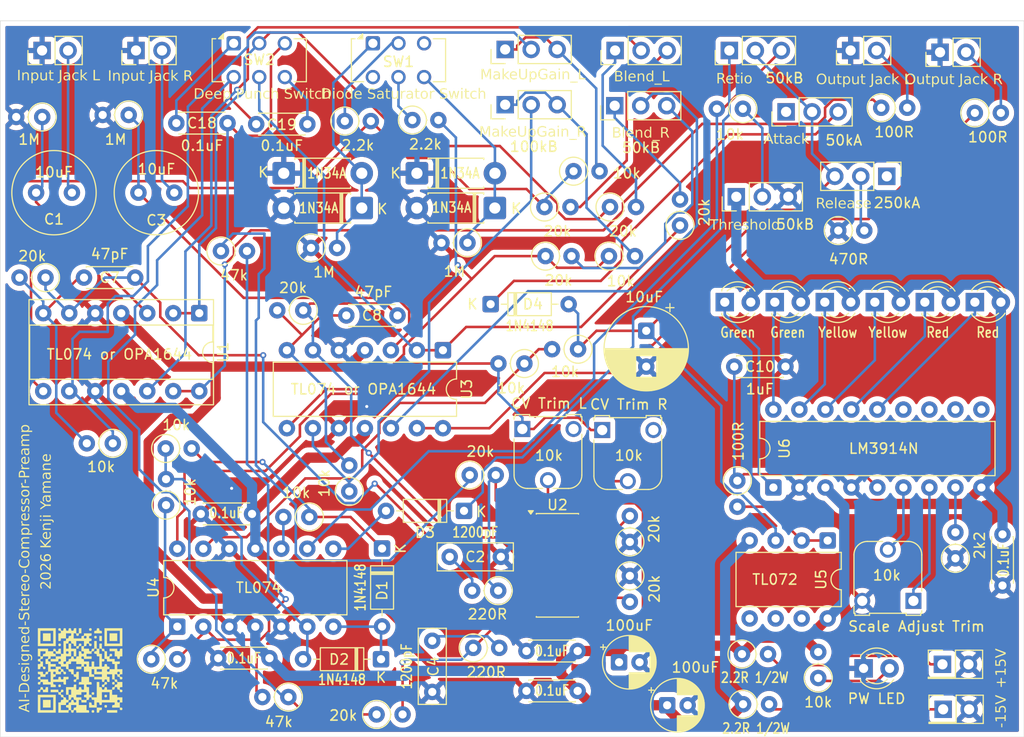
<source format=kicad_pcb>
(kicad_pcb (version 20241229) (generator "pcbnew") (generator_version "9.0")
  (layers (0 "F.Cu" signal) (2 "B.Cu" signal) (13 "F.Paste" user) (15 "B.Paste" user) (5 "F.SilkS" user "F.Silkscreen") (7 "B.SilkS" user "B.Silkscreen") (1 "F.Mask" user) (3 "B.Mask" user) (25 "Edge.Cuts" user))
  (net 0 "")
  (net 1 "Net-(D4-K)")
  (net 3 "Point_X")
  (net 4 "Net-(U1D-+)")
  (net 5 "Net-(Blend_L1-Pad3)")
  (net 6 "Net-(Blend_L1-Pad1)")
  (net 7 "Net-(U3D-+)")
  (net 8 "Net-(Blend_R1-Pad3)")
  (net 9 "Net-(Blend_R1-Pad1)")
  (net 10 "Net-(C1-Pad1)")
  (net 11 "Net-(U1A-+)")
  (net 12 "GND")
  (net 13 "Net-(C2-Pad1)")
  (net 14 "Net-(U3A-+)")
  (net 15 "Net-(C3-Pad1)")
  (net 16 "Net-(C4-Pad1)")
  (net 17 "+15V")
  (net 18 "-15V")
  (net 19 "VCA_OUT_L_TO_IV")
  (net 20 "Net-(C7-Pad1)")
  (net 21 "Net-(C8-Pad1)")
  (net 22 "VCA_OUT_R_TO_IV")
  (net 23 "LM3914_Pin5")
  (net 24 "SIDECHAIN_L")
  (net 25 "Net-(C18-Pad1)")
  (net 26 "SIDECHAIN_R")
  (net 27 "Net-(C19-Pad1)")
  (net 28 "CV_IN_L")
  (net 29 "Net-(CV_Trim_L1-Pad1)")
  (net 31 "CV_IN_R")
  (net 33 "RECTIFIED_DC")
  (net 34 "Net-(D1-A)")
  (net 35 "Net-(D2-A)")
  (net 36 "Net-(D3-A)")
  (net 37 "Net-(D3-K)")
  (net 38 "Net-(D5-K)")
  (net 39 "Net-(D6-K)")
  (net 40 "Net-(D7-K)")
  (net 41 "Net-(D8-K)")
  (net 42 "Net-(D9-K)")
  (net 43 "Net-(D10-K)")
  (net 44 "Net-(D11-A)")
  (net 45 "Net-(D12-A)")
  (net 46 "Net-(D13-A)")
  (net 47 "Net-(J5-Pin_1)")
  (net 48 "Net-(J6-Pin_1)")
  (net 49 "Net-(MakeUpGain_L1-Pad1)")
  (net 50 "Net-(U1C--)")
  (net 51 "Net-(MakeUpGain_R1-Pad1)")
  (net 52 "Net-(U3C--)")
  (net 53 "VCA_IN_L")
  (net 54 "VCA_IN_R")
  (net 55 "Net-(U2-I_IN4)")
  (net 56 "Net-(U2-I_IN3)")
  (net 57 "MAKEUP_OUT_L")
  (net 58 "MAKEUP_OUT_R")
  (net 59 "BLEND_DRY_L")
  (net 60 "Net-(U1D--)")
  (net 61 "OUTPUT_JACK_L")
  (net 62 "BLEND_DRY_R")
  (net 63 "OUTPUT_JACK_R")
  (net 64 "Net-(U3D--)")
  (net 65 "Net-(U4A--)")
  (net 66 "Net-(R23-Pad1)")
  (net 67 "Net-(U4C-+)")
  (net 68 "Net-(R27-Pad1)")
  (net 69 "Net-(U4C--)")
  (net 70 "Net-(U4D--)")
  (net 71 "Net-(R29-Pad2)")
  (net 72 "Net-(U5A--)")
  (net 73 "Net-(U6-REFADJ)")
  (net 74 "Net-(R36-Pad1)")
  (net 75 "Net-(R37-Pad1)")
  (net 77 "Net-(U6-REFOUT)")
  (net 78 "Net-(U6-RHI)")
  (footprint "Resistor_THT:R_Axial_DIN0207_L6.3mm_D2.5mm_P2.54mm_Vertical" (layer "F.Cu") (at 152.54 58.2 180)
    (property "Reference" "R27" (hide yes))
    (property "Value" "10k")
  )
  (footprint "Connector_PinHeader_2.54mm:PinHeader_1x03_P2.54mm_Vertical" (layer "F.Cu") (at 129.32 52.4 90)
    (property "Reference" "MakeUpGain_L")
    (property "Value" "100kB")
  )
  (footprint "Capacitor_THT:C_Rect_L7.2mm_W2.5mm_P5.00mm_FKS2_FKP2_MKS2_MKP2" (layer "F.Cu") (at 122.2 110.2 -90)
    (property "Reference" "C4")
    (property "Value" "1200pF")
  )
  (footprint "LED_THT:LED_D3.0mm" (layer "F.Cu") (at 160.544 77.1)
    (property "Reference" "D7" (hide yes))
    (property "Value" "Yellow")
  )
  (footprint "Resistor_THT:R_Axial_DIN0207_L6.3mm_D2.5mm_P2.54mm_Vertical" (layer "F.Cu") (at 84.42 74.7 180)
    (property "Reference" "R9" (hide yes))
    (property "Value" "20k")
  )
  (footprint "Resistor_THT:R_Axial_DIN0207_L6.3mm_D2.5mm_P2.54mm_Vertical" (layer "F.Cu") (at 92.545 58.8 180)
    (property "Reference" "R4" (hide yes))
    (property "Value" "1M")
  )
  (footprint "Resistor_THT:R_Axial_DIN0207_L6.3mm_D2.5mm_P2.54mm_Vertical" (layer "F.Cu") (at 84.1 59 180)
    (property "Reference" "R1" (hide yes))
    (property "Value" "1M")
  )
  (footprint "Capacitor_THT:C_Disc_D4.3mm_W1.9mm_P5.00mm" (layer "F.Cu") (at 177.9 99.8 -90)
    (property "Reference" "C11" (hide yes))
    (property "Value" "0.1uF")
  )
  (footprint "Connector_PinHeader_2.54mm:PinHeader_1x03_P2.54mm_Vertical" (layer "F.Cu") (at 151.22 52.5 90)
    (property "Reference" "Retio")
    (property "Value" "50kB")
  )
  (footprint "Resistor_THT:R_Axial_DIN0207_L6.3mm_D2.5mm_P2.54mm_Vertical" (layer "F.Cu") (at 166.055 58.1)
    (property "Reference" "R17" (hide yes))
    (property "Value" "100R")
  )
  (footprint "Resistor_THT:R_Axial_DIN0207_L6.3mm_D2.5mm_P2.54mm_Vertical" (layer "F.Cu") (at 131.2 83.1 180)
    (property "Reference" "R30" (hide yes))
    (property "Value" "10k")
  )
  (footprint "Capacitor_THT:C_Radial_D8.0mm_H7.0mm_P3.50mm" (layer "F.Cu") (at 97 66.4 180)
    (property "Reference" "C3")
    (property "Value" "10uF")
  )
  (footprint "LED_THT:LED_D3.0mm" (layer "F.Cu") (at 170.316 77.1)
    (property "Reference" "D9" (hide yes))
    (property "Value" "Red")
  )
  (footprint "LED_THT:LED_D3.0mm" (layer "F.Cu") (at 150.772 77.1)
    (property "Reference" "D5" (hide yes))
    (property "Value" "Green")
  )
  (footprint "Diode_THT:D_DO-41_SOD81_P7.62mm_Horizontal" (layer "F.Cu") (at 128.31 67.9 180)
    (property "Reference" "D15" (hide yes))
    (property "Value" "1N34A")
  )
  (footprint "Resistor_THT:R_Axial_DIN0207_L6.3mm_D2.5mm_P2.54mm_Vertical" (layer "F.Cu") (at 133.16 67.8)
    (property "Reference" "R16" (hide yes))
    (property "Value" "20k")
  )
  (footprint "Resistor_THT:R_Axial_DIN0207_L6.3mm_D2.5mm_P2.54mm_Vertical" (layer "F.Cu") (at 125.64 71.3 180)
    (property "Reference" "R39")
    (property "Value" "1M")
  )
  (footprint "Diode_THT:D_DO-35_SOD27_P7.62mm_Horizontal" (layer "F.Cu") (at 127.9 77.3)
    (property "Reference" "D4")
    (property "Value" "1N4148")
  )
  (footprint "Capacitor_THT:C_Disc_D4.3mm_W1.9mm_P5.00mm" (layer "F.Cu") (at 136.4 115.1 180)
    (property "Reference" "C15" (hide yes))
    (property "Value" "0.1uF")
  )
  (footprint "Resistor_THT:R_Axial_DIN0207_L6.3mm_D2.5mm_P2.54mm_Vertical" (layer "F.Cu") (at 133.26 72.6)
    (property "Reference" "R19" (hide yes))
    (property "Value" "20k")
  )
  (footprint "Resistor_THT:R_Axial_DIN0207_L6.3mm_D2.5mm_P2.54mm_Vertical" (layer "F.Cu") (at 136 64.3)
    (property "Reference" "R11" (hide yes))
    (property "Value" "10k")
  )
  (footprint "Package_SO:SOIC-16_3.9x9.9mm_P1.27mm" (layer "F.Cu") (at 134.425 102.825)
    (property "Reference" "U2")
    (property "Value" "SSI2164")
  )
  (footprint "Package_DIP:DIP-14_W7.62mm" (layer "F.Cu") (at 123.24 81.8 -90)
    (property "Reference" "U3")
    (property "Value" "TL074 or OPA1644")
  )
  (footprint "Resistor_THT:R_Axial_DIN0207_L6.3mm_D2.5mm_P2.54mm_Vertical" (layer "F.Cu") (at 161.86 70.1)
    (property "Reference" "R29" (hide yes))
    (property "Value" "470R")
  )
  (footprint "Resistor_THT:R_Axial_DIN0207_L6.3mm_D2.5mm_P2.54mm_Vertical" (layer "F.Cu") (at 110.36 71.8)
    (property "Reference" "R38" (hide yes))
    (property "Value" "1M")
  )
  (footprint "Diode_THT:D_DO-35_SOD27_P7.62mm_Horizontal" (layer "F.Cu") (at 117.195 112 180)
    (property "Reference" "D2")
    (property "Value" "1N4148")
  )
  (footprint "Resistor_THT:R_Axial_DIN0207_L6.3mm_D2.5mm_P2.54mm_Vertical" (layer "F.Cu") (at 152.455 111.5)
    (property "Reference" "R33" (hide yes))
    (property "Value" "2.2R 1/2W")
  )
  (footprint "Resistor_THT:R_Axial_DIN0207_L6.3mm_D2.5mm_P2.54mm_Vertical" (layer "F.Cu") (at 159.9 113.84 90)
    (property "Reference" "R35" (hide yes))
    (property "Value" "10k")
  )
  (footprint "Connector_PinHeader_2.54mm:PinHeader_1x03_P2.54mm_Vertical" (layer "F.Cu") (at 156.76 58.5 90)
    (property "Reference" "Attack")
    (property "Value" "50kA")
  )
  (footprint "Resistor_THT:R_Axial_DIN0207_L6.3mm_D2.5mm_P2.54mm_Vertical" (layer "F.Cu") (at 146.4 69.6 90)
    (property "Reference" "R18" (hide yes))
    (property "Value" "20k")
  )
  (footprint "LED_THT:LED_D3.0mm" (layer "F.Cu") (at 155.658 77.1)
    (property "Reference" "D6" (hide yes))
    (property "Value" "Green")
  )
  (footprint "LED_THT:LED_D3.0mm" (layer "F.Cu") (at 175.202 77.1)
    (property "Reference" "D10" (hide yes))
    (property "Value" "Red")
  )
  (footprint "Diode_THT:D_DO-35_SOD27_P7.62mm_Horizontal" (layer "F.Cu") (at 117.295 101.18 -90)
    (property "Reference" "D1")
    (property "Value" "1N4148")
  )
  (footprint "Resistor_THT:R_Axial_DIN0207_L6.3mm_D2.5mm_P2.54mm_Vertical" (layer "F.Cu") (at 94.755 112)
    (property "Reference" "R23" (hide yes))
    (property "Value" "47k")
  )
  (footprint "Potentiometer_THT:Potentiometer_Runtron_RM-065_Vertical" (layer "F.Cu") (at 169.2 106.3 180)
    (property "Reference" "Scale Adjust Trim")
    (property "Value" "10k")
  )
  (footprint "Resistor_THT:R_Axial_DIN0207_L6.3mm_D2.5mm_P2.54mm_Vertical" (layer "F.Cu") (at 90.995 90.9 180)
    (property "Reference" "R10" (hide yes))
    (property "Value" "10k")
  )
  (footprint "Resistor_THT:R_Axial_DIN0207_L6.3mm_D2.5mm_P2.54mm_Vertical" (layer "F.Cu") (at 109.6 77.9 180)
    (property "Reference" "R13" (hide yes))
    (property "Value" "20k")
  )
  (footprint "Resistor_THT:R_Axial_DIN0207_L6.3mm_D2.5mm_P2.54mm_Vertical" (layer "F.Cu") (at 136.44 81.7 180)
    (property "Reference" "R28" (hide yes))
    (property "Value" "10k")
  )
  (footprint "Resistor_THT:R_Axial_DIN0207_L6.3mm_D2.5mm_P2.54mm_Vertical" (layer "F.Cu") (at 108.145 115.7 180)
    (property "Reference" "R22" (hide yes))
    (property "Value" "47k")
  )
  (footprint "Capacitor_THT:CP_Radial_D8.0mm_P3.50mm" (layer "F.Cu") (at 143.1 79.9 -90)
    (property "Reference" "C9" (hide yes))
    (property "Value" "10uF")
  )
  (footprint "Resistor_THT:R_Axial_DIN0207_L6.3mm_D2.5mm_P2.54mm_Vertical" (layer "F.Cu") (at 141.5 103.855 -90)
    (property "Reference" "R8" (hide yes))
    (property "Value" "20k")
  )
  (footprint "Resistor_THT:R_Axial_DIN0207_L6.3mm_D2.5mm_P2.54mm_Vertical" (layer "F.Cu") (at 152.56 116.4)
    (property "Reference" "R34" (hide yes))
    (property "Value" "2.2R 1/2W")
  )
  (footprint "Resistor_THT:R_Axial_DIN0207_L6.3mm_D2.5mm_P2.54mm_Vertical" (layer "F.Cu") (at 110.195 98.1 180)
    (property "Reference" "R26" (hide yes))
    (property "Value" "10k")
  )
  (footprint "Connector_PinHeader_2.54mm:PinHeader_1x03_P2.54mm_Vertical" (layer "F.Cu") (at 140.02 57.9 90)
    (property "Reference" "Blend_R")
    (property "Value" "50kB")
  )
  (footprint "Package_DIP:DIP-14_W7.62mm" (layer "F.Cu") (at 97.295 108.82 90)
    (property "Reference" "U4")
    (property "Value" "TL074")
  )
  (footprint "Resistor_THT:R_Axial_DIN0207_L6.3mm_D2.5mm_P2.54mm_Vertical" (layer "F.Cu") (at 96.155 91.4)
    (property "Reference" "R25" (hide yes))
    (property "Value" "10k")
  )
  (footprint "Connector_PinHeader_2.54mm:PinHeader_1x03_P2.54mm_Vertical" (layer "F.Cu") (at 166.6 64.8 -90)
    (property "Reference" "Release")
    (property "Value" "250kA")
  )
  (footprint "Connector_PinHeader_2.54mm:PinHeader_1x02_P2.54mm_Vertical" (layer "F.Cu") (at 171.8 52.675 90)
    (property "Reference" "J4")
    (property "Value" "Output Jack R")
  )
  (footprint "Resistor_THT:R_Axial_DIN0207_L6.3mm_D2.5mm_P2.54mm_Vertical" (layer "F.Cu") (at 139.56 67.8)
    (property "Reference" "R15" (hide yes))
    (property "Value" "20k")
  )
  (footprint "Resistor_THT:R_Axial_DIN0207_L6.3mm_D2.5mm_P2.54mm_Vertical" (layer "F.Cu") (at 175.2 58.6)
    (property "Reference" "R20" (hide yes))
    (property "Value" "100R")
  )
  (footprint "Diode_THT:D_DO-35_SOD27_P7.62mm_Horizontal" (layer "F.Cu") (at 125.3 97.5 180)
    (property "Reference" "D3")
    (property "Value" "1N4148" (hide yes))
  )
  (footprint "Capacitor_THT:C_Disc_D4.3mm_W1.9mm_P5.00mm" (layer "F.Cu") (at 97.2 59.6)
    (property "Reference" "C18")
    (property "Value" "0.1uF")
  )
  (footprint "Resistor_THT:R_Axial_DIN0207_L6.3mm_D2.5mm_P2.54mm_Vertical" (layer "F.Cu") (at 152 94.555 -90)
    (property "Reference" "R31" (hide yes))
    (property "Value" "100R")
  )
  (footprint "Resistor_THT:R_Axial_DIN0207_L6.3mm_D2.5mm_P2.54mm_Vertical" (layer "F.Cu") (at 120.26 59.3)
    (property "Reference" "R37" (hide yes))
    (property "Value" "2.2k")
  )
  (footprint "Capacitor_THT:C_Disc_D4.3mm_W1.9mm_P5.00mm" (layer "F.Cu") (at 104.595 97.8 180)
    (property "Reference" "C6" (hide yes))
    (property "Value" "0.1uF")
  )
  (footprint "Button_Switch_THT:SW_CK_JS202011CQN_DPDT_Straight" (layer "F.Cu") (at 116.4 51.8)
    (property "Reference" "SW1")
    (property "Value" "Diode Saturator Switch")
  )
  (footprint "Capacitor_THT:C_Disc_D4.3mm_W1.9mm_P5.00mm" (layer "F.Cu") (at 110 59.7 180)
    (property "Reference" "C19")
    (property "Value" "0.1uF")
  )
  (footprint "Package_DIP:DIP-8_W7.62mm" (layer "F.Cu") (at 160.82 100.4 -90)
    (property "Reference" "U5")
    (property "Value" "TL072")
  )
  (footprint "Capacitor_THT:C_Disc_D4.3mm_W1.9mm_P5.00mm" (layer "F.Cu") (at 106.295 111.9 180)
    (property "Reference" "C5" (hide yes))
    (property "Value" "0.1uF")
  )
  (footprint "Connector_PinHeader_2.54mm:PinHeader_2x01_P2.54mm_Vertical" (layer "F.Cu") (at 172.035 112.5)
    (property "Reference" "J5" (hide yes))
    (property "Value" "+15V")
  )
  (footprint "Connector_PinHeader_2.54mm:PinHeader_2x01_P2.54mm_Vertical" (layer "F.Cu") (at 172.1 116.9)
    (property "Reference" "J6" (hide yes))
    (property "Value" "-15V")
  )
  (footprint "Connector_PinHeader_2.54mm:PinHeader_1x03_P2.54mm_Vertical" (layer "F.Cu") (at 151.9 66.8 90)
    (property "Reference" "Threshold")
    (property "Value" "50kB")
  )
  (footprint "Diode_THT:D_DO-41_SOD81_P7.62mm_Horizontal" (layer "F.Cu") (at 107.69 64.5)
    (property "Reference" "D12" (hide yes))
    (property "Value" "1N34A")
  )
  (footprint "Resistor_THT:R_Axial_DIN0207_L6.3mm_D2.5mm_P2.54mm_Vertical" (layer "F.Cu") (at 114.095 95.6 90)
    (property "Reference" "R12" (hide yes))
    (property "Value" "10k")
  )
  (footprint "Capacitor_THT:C_Disc_D4.3mm_W1.9mm_P5.00mm" (layer "F.Cu") (at 151.7 83.4)
    (property "Reference" "C10")
    (property "Value" "1uF")
  )
  (footprint "ADSCP:qr" (layer "F.Cu") (at 87.8 113.1)
    (property "Reference" "G***" (hide yes))
    (property "Value" "LOGO" (hide yes))
  )
  (footprint "Capacitor_THT:C_Disc_D4.3mm_W1.9mm_P5.00mm" (layer "F.Cu") (at 136.4 111.2 180)
    (property "Reference" "C13" (hide yes))
    (property "Value" "0.1uF")
  )
  (footprint "Resistor_THT:R_Axial_DIN0207_L6.3mm_D2.5mm_P2.54mm_Vertical" (layer "F.Cu") (at 101.56 72.1)
    (property "Reference" "R21" (hide yes))
    (property "Value" "47k")
  )
  (footprint "Package_DIP:DIP-14_W7.62mm_Socket" (layer "F.Cu") (at 99.44 78.18 -90)
    (property "Reference" "U1")
    (property "Value" "TL074 or OPA1644")
  )
  (footprint "Connector_PinHeader_2.54mm:PinHeader_1x03_P2.54mm_Vertical" (layer "F.Cu") (at 140.06 52.5 90)
    (property "Reference" "Blend_L")
    (property "Value" "50kB")
  )
  (footprint "Capacitor_THT:C_Radial_D8.0mm_H7.0mm_P3.50mm" (layer "F.Cu") (at 87 66.4 180)
    (property "Reference" "C1")
    (property "Value" "10uF")
  )
  (footprint "Resistor_THT:R_Axial_DIN0207_L6.3mm_D2.5mm_P2.54mm_Vertical" (layer "F.Cu") (at 96.195 96.94 90)
    (property "Reference" "R24" (hide yes))
    (property "Value" "10k")
  )
  (footprint "Resistor_THT:R_Axial_DIN0207_L6.3mm_D2.5mm_P2.54mm_Vertical" (layer "F.Cu") (at 173.3 102.14 90)
    (property "Reference" "R32" (hide yes))
    (property "Value" "2k2")
  )
  (footprint "Potentiometer_THT:Potentiometer_Runtron_RM-065_Vertical" (layer "F.Cu") (at 131 89.5)
    (property "Reference" "CV Trim L")
    (property "Value" "10k")
  )
  (footprint "Button_Switch_THT:SW_CK_JS202011CQN_DPDT_Straight" (layer "F.Cu") (at 102.8 51.8)
    (property "Reference" "SW2")
    (property "Value" "Deep Punch Switch")
  )
  (footprint "Resistor_THT:R_Axial_DIN0207_L6.3mm_D2.5mm_P2.54mm_Vertical" (layer "F.Cu") (at 126.2 110.895)
    (property "Reference" "R6" (hide yes))
    (property "Value" "220R")
  )
  (footprint "Package_DIP:DIP-18_W7.62mm" (layer "F.Cu") (at 155.52 95.22 90)
    (property "Reference" "U6")
    (property "Value" "LM3914N")
  )
  (footprint "Resistor_THT:R_Axial_DIN0207_L6.3mm_D2.5mm_P2.54mm_Vertical" (layer "F.Cu") (at 139.46 72.6)
    (property "Reference" "R14" (hide yes))
    (property "Value" "10k")
  )
  (footprint "Resistor_THT:R_Axial_DIN0207_L6.3mm_D2.5mm_P2.54mm_Vertical" (layer "F.Cu") (at 125.86 94)
    (property "Reference" "R2" (hide yes))
    (property "Value" "20k")
  )
  (footprint "Resistor_THT:R_Axial_DIN0207_L6.3mm_D2.5mm_P2.54mm_Vertical" (layer "F.Cu") (at 141.5 100.54 90)
    (property "Reference" "R7" (hide yes))
    (property "Value" "20k")
  )
  (footprint "Capacitor_THT:C_Disc_D4.3mm_W1.9mm_P5.00mm" (layer "F.Cu") (at 88.18 74.7)
    (property "Reference" "C7")
    (property "Value" "47pF")
  )
  (footprint "Diode_THT:D_DO-41_SOD81_P7.62mm_Horizontal" (layer "F.Cu") (at 120.7 64.5)
    (property "Reference" "D13" (hide yes))
    (property "Value" "1N34A")
  )
  (footprint "Resistor_THT:R_Axial_DIN0207_L6.3mm_D2.5mm_P2.54mm_Vertical" (layer "F.Cu") (at 128.64 105.3 180)
    (property "Reference" "R3" (hide yes))
    (property "Value" "220R")
  )
  (footprint "Capacitor_THT:CP_Radial_D5.0mm_P2.00mm" (layer "F.Cu") (at 140.4449 112.3)
    (property "Reference" "C12" (hide yes))
    (property "Value" "100uF")
  )
  (footprint "Resistor_THT:R_Axial_DIN0207_L6.3mm_D2.5mm_P2.54mm_Vertical" (layer "F.Cu") (at 113.66 59.4)
    (property "Reference" "R36" (hide yes))
    (property "Value" "2.2k")
  )
  (footprint "Capacitor_THT:C_Disc_D4.3mm_W1.9mm_P5.00mm" (layer "F.Cu") (at 113.805 78.4)
    (property "Reference" "C8")
    (property "Value" "47pF")
  )
  (footprint "Connector_PinHeader_2.54mm:PinHeader_1x02_P2.54mm_Vertical" (layer "F.Cu") (at 163.065 52.5 90)
    (property "Reference" "J3")
    (property "Value" "Output Jack L")
  )
  (footprint "Diode_THT:D_DO-41_SOD81_P7.62mm_Horizontal" (layer "F.Cu") (at 115.31 67.9 180)
    (property "Reference" "D14" (hide yes))
    (property "Value" "1N34A")
  )
  (footprint "LED_THT:LED_D3.0mm" (layer "F.Cu") (at 164.33 112.9)
    (property "Reference" "D11" (hide yes))
    (property "Value" "PW LED")
  )
  (footprint "Potentiometer_THT:Potentiometer_Runtron_RM-065_Vertical" (layer "F.Cu") (at 138.8 89.6)
    (property "Reference" "CV Trim R")
    (property "Value" "10k")
  )
  (footprint "Connector_PinHeader_2.54mm:PinHeader_1x03_P2.54mm_Vertical" (layer "F.Cu") (at 129.32 57.8 90)
    (property "Reference" "MakeUpGain_R")
    (property "Value" "100kB")
  )
  (footprint "Connector_PinHeader_2.54mm:PinHeader_1x02_P2.54mm_Vertical" (layer "F.Cu") (at 93.26 52.5 90)
    (property "Reference" "Input Jack R")
    (property "Value" "Input_Jack_R")
  )
  (footprint "Resistor_THT:R_Axial_DIN0207_L6.3mm_D2.5mm_P2.54mm_Vertical" (layer "F.Cu") (at 116.76 117.4)
    (property "Reference" "R5" (hide yes))
    (property "Value" "20k")
  )
  (footprint "Connector_PinHeader_2.54mm:PinHeader_1x02_P2.54mm_Vertical" (layer "F.Cu") (at 84.085 52.5 90)
    (property "Reference" "Input Jack L")
    (property "Value" "Input_Jack_L")
  )
  (footprint "LED_THT:LED_D3.0mm" (layer "F.Cu") (at 165.43 77.1)
    (property "Reference" "D8" (hide yes))
    (property "Value" "Yellow")
  )
  (footprint "Capacitor_THT:C_Rect_L7.2mm_W2.5mm_P5.00mm_FKS2_FKP2_MKS2_MKP2" (layer "F.Cu") (at 123.9 101.995)
    (property "Reference" "C2")
    (property "Value" "1200pF")
  )
  (footprint "Capacitor_THT:CP_Radial_D5.0mm_P2.00mm" (layer "F.Cu") (at 145.1449 116.5)
    (property "Reference" "C14" (hide yes))
    (property "Value" "100uF")
  )
  (gr_rect (start 80 49.6) (end 180 119.6) (stroke (width 0.05)) (fill no) (layer "Edge.Cuts"))
  (gr_text "2026 Kenji Yamane" (at 85.1 105.2 90) (layer "F.SilkS") (effects (font (size 1 1) (thickness 0.1)) (justify left bottom)))
  (gr_text "AI-Designed-Stereo-Compressor-Preamp" (at 83 117.2 90) (layer "F.SilkS") (effects (font (size 1 1) (thickness 0.1)) (justify left bottom)))
  (segment (start 151.1539 60.6947) (end 159.6453 60.6947) (width 0.25) (layer "F.Cu") (net 1))
  (segment (start 140.73 71.1186) (end 151.1539 60.6947) (width 0.25) (layer "F.Cu") (net 1))
  (segment (start 127.9 77.3) (end 130.1777 75.0223) (width 0.25) (layer "F.Cu") (net 1))
  (segment (start 140.73 72.9565) (end 140.73 71.1186) (width 0.25) (layer "F.Cu") (net 1))
  (segment (start 130.1777 75.0223) (end 138.6642 75.0223) (width 0.25) (layer "F.Cu") (net 1))
  (segment (start 138.6642 75.0223) (end 140.73 72.9565) (width 0.25) (layer "F.Cu") (net 1))
  (segment (start 159.6453 60.6947) (end 161.84 58.5) (width 0.25) (layer "F.Cu") (net 1))
  (segment (start 138.24 79.9) (end 136.44 81.7) (width 0.25) (layer "F.Cu") (net 3))
  (segment (start 143.1 79.9) (end 138.24 79.9) (width 0.25) (layer "F.Cu") (net 3))
  (segment (start 154.9248 68.0752) (end 143.1 79.9) (width 0.25) (layer "F.Cu") (net 3))
  (segment (start 161.52 64.8) (end 158.2448 68.0752) (width 0.25) (layer "F.Cu") (net 3))
  (segment (start 158.2448 68.0752) (end 154.9248 68.0752) (width 0.25) (layer "F.Cu") (net 3))
  (segment (start 152.3496 95.825) (end 155.74 99.2154) (width 0.25) (layer "B.Cu") (net 3))
  (segment (start 153.76 52.96) (end 153.76 52.5) (width 0.25) (layer "B.Cu") (net 3))
  (segment (start 161.52 64.8) (end 159.3 62.58) (width 0.25) (layer "B.Cu") (net 3))
  (segment (start 159.3 62.58) (end 159.3 58.5) (width 0.25) (layer "B.Cu") (net 3))
  (segment (start 136.44 78.22) (end 136.44 81.7) (width 0.25) (layer "B.Cu") (net 3))
  (segment (start 135.52 77.3) (end 136.44 78.22) (width 0.25) (layer "B.Cu") (net 3))
  (segment (start 155.74 99.2154) (end 155.74 100.4) (width 0.25) (layer "B.Cu") (net 3))
  (segment (start 143.1 79.9) (end 150.4365 87.2365) (width 0.25) (layer "B.Cu") (net 3))
  (segment (start 151.6431 95.825) (end 152.3496 95.825) (width 0.25) (layer "B.Cu") (net 3))
  (segment (start 150.4365 94.6184) (end 151.6431 95.825) (width 0.25) (layer "B.Cu") (net 3))
  (segment (start 159.3 58.5) (end 153.76 52.96) (width 0.25) (layer "B.Cu") (net 3))
  (segment (start 150.4365 87.2365) (end 150.4365 94.6184) (width 0.25) (layer "B.Cu") (net 3))
  (segment (start 105.1641 50.2359) (end 104.1825 51.2175) (width 0.25) (layer "F.Cu") (net 4))
  (segment (start 104.1825 51.2175) (end 104.1825 55.2934) (width 0.25) (layer "F.Cu") (net 4))
  (segment (start 104.1825 55.2934) (end 103.1319 56.344) (width 0.25) (layer "F.Cu") (net 4))
  (segment (start 142.6 52.5) (end 140.3359 50.2359) (width 0.25) (layer "F.Cu") (net 4))
  (segment (start 140.3359 50.2359) (end 105.1641 50.2359) (width 0.25) (layer "F.Cu") (net 4))
  (via (at 103.1319 56.344) (size 0.6) (drill 0.3) (layers "F.Cu" "B.Cu") (net 4))
  (segment (start 100.62 58.8559) (end 103.1319 56.344) (width 0.25) (layer "B.Cu") (net 4))
  (segment (start 98.0884 72.1395) (end 100.62 69.6079) (width 0.25) (layer "B.Cu") (net 4))
  (segment (start 94.36 85.8) (end 98.0884 82.0716) (width 0.25) (layer "B.Cu") (net 4))
  (segment (start 100.62 69.6079) (end 100.62 58.8559) (width 0.25) (layer "B.Cu") (net 4))
  (segment (start 98.0884 82.0716) (end 98.0884 72.1395) (width 0.25) (layer "B.Cu") (net 4))
  (segment (start 141.1952 63.2467) (end 141.1952 56.4448) (width 0.25) (layer "F.Cu") (net 5))
  (segment (start 135.7 67.8) (end 136.6419 67.8) (width 0.25) (layer "F.Cu") (net 5))
  (segment (start 141.1952 56.4448) (end 145.14 52.5) (width 0.25) (layer "F.Cu") (net 5))
  (segment (start 136.6419 67.8) (end 141.1952 63.2467) (width 0.25) (layer "F.Cu") (net 5))
  (segment (start 142.1 67.8) (end 142.1 65.0579) (width 0.25) (layer "B.Cu") (net 6))
  (segment (start 142.1 65.0579) (end 138.8448 61.8027) (width 0.25) (layer "B.Cu") (net 6))
  (segment (start 140.06 52.5) (end 140.06 53.6751) (width 0.25) (layer "B.Cu") (net 6))
  (segment (start 138.8448 54.8903) (end 140.06 53.6751) (width 0.25) (layer "B.Cu") (net 6))
  (segment (start 138.8448 61.8027) (end 138.8448 54.8903) (width 0.25) (layer "B.Cu") (net 6))
  (segment (start 148.0463 59.1712) (end 145.5949 56.7198) (width 0.25) (layer "B.Cu") (net 7))
  (segment (start 148.0463 69.61) (end 148.0463 59.1712) (width 0.25) (layer "B.Cu") (net 7))
  (segment (start 143.7402 56.7198) (end 142.56 57.9) (width 0.25) (layer "B.Cu") (net 7))
  (segment (start 145.5949 56.7198) (end 143.7402 56.7198) (width 0.25) (layer "B.Cu") (net 7))
  (segment (start 131.5474 76.0326) (end 141.6237 76.0326) (width 0.25) (layer "B.Cu") (net 7))
  (segment (start 118.16 89.42) (end 131.5474 76.0326) (width 0.25) (layer "B.Cu") (net 7))
  (segment (start 141.6237 76.0326) (end 148.0463 69.61) (width 0.25) (layer "B.Cu") (net 7))
  (segment (start 146.7989 68.33) (end 147.5961 67.5328) (width 0.25) (layer "B.Cu") (net 8))
  (segment (start 142.4311 73.7652) (end 144.9547 71.2416) (width 0.25) (layer "B.Cu") (net 8))
  (segment (start 147.5961 67.5328) (end 147.5961 60.3961) (width 0.25) (layer "B.Cu") (net 8))
  (segment (start 144.9547 69.4479) (end 146.0726 68.33) (width 0.25) (layer "B.Cu") (net 8))
  (segment (start 136.9652 73.7652) (end 142.4311 73.7652) (width 0.25) (layer "B.Cu") (net 8))
  (segment (start 146.0726 68.33) (end 146.7989 68.33) (width 0.25) (layer "B.Cu") (net 8))
  (segment (start 135.8 72.6) (end 136.9652 73.7652) (width 0.25) (layer "B.Cu") (net 8))
  (segment (start 147.5961 60.3961) (end 145.1 57.9) (width 0.25) (layer "B.Cu") (net 8))
  (segment (start 144.9547 71.2416) (end 144.9547 69.4479) (width 0.25) (layer "B.Cu") (net 8))
  (segment (start 146.4 67.06) (end 146.4 65.4551) (width 0.25) (layer "B.Cu") (net 9))
  (segment (start 140.02 57.9) (end 140.02 59.0751) (width 0.25) (layer "B.Cu") (net 9))
  (segment (start 146.4 65.4551) (end 140.02 59.0751) (width 0.25) (layer "B.Cu") (net 9))
  (segment (start 86.625 66.025) (end 87 66.4) (width 0.25) (layer "B.Cu") (net 10))
  (segment (start 86.625 52.5) (end 86.625 66.025) (width 0.25) (layer "B.Cu") (net 10))
  (segment (start 94.36 78.18) (end 83.5 67.32) (width 0.25) (layer "F.Cu") (net 11))
  (segment (start 83.5 67.32) (end 83.5 66.4) (width 0.25) (layer "F.Cu") (net 11))
  (segment (start 84.1 65.8) (end 84.1 59) (width 0.25) (layer "B.Cu") (net 11))
  (segment (start 83.5 66.4) (end 84.1 65.8) (width 0.25) (layer "B.Cu") (net 11))
  (segment (start 102.6 95.3) (end 102.5 95.3) (width 0.25) (layer "F.Cu") (net 12))
  (segment (start 100.4 97) (end 100.395 97) (width 0.25) (layer "F.Cu") (net 12))
  (segment (start 139.6 101.6) (end 138.92 100.92) (width 0.25) (layer "F.Cu") (net 12))
  (segment (start 109.9 90.8) (end 105.4 95.3) (width 0.25) (layer "F.Cu") (net 12))
  (segment (start 138.92 100.92) (end 136.9 100.92) (width 0.25) (layer "F.Cu") (net 12))
  (segment (start 147.1449 116.5) (end 147.2 116.5) (width 0.25) (layer "F.Cu") (net 12))
  (segment (start 140.44 101.6) (end 139.6 101.6) (width 0.25) (layer "F.Cu") (net 12))
  (segment (start 99.595 97.8) (end 100.395 97) (width 0.25) (layer "F.Cu") (net 12))
  (segment (start 113.08 89.42) (end 111.7 90.8) (width 0.25) (layer "F.Cu") (net 12))
  (segment (start 143.5449 113.4) (end 144.1 113.4) (width 0.25) (layer "F.Cu") (net 12))
  (segment (start 164.33 112.9) (end 162.9 112.9) (width 0.25) (layer "F.Cu") (net 12))
  (segment (start 111.7 90.8) (end 109.9 90.8) (width 0.25) (layer "F.Cu") (net 12))
  (segment (start 105.4 95.3) (end 102.6 95.3) (width 0.25) (layer "F.Cu") (net 12))
  (segment (start 89.28 78.18) (end 90.1 79) (width 0.25) (layer "F.Cu") (net 12))
  (segment (start 141.5 100.54) (end 140.44 101.6) (width 0.25) (layer "F.Cu") (net 12))
  (segment (start 102.375 108.82) (end 102.32 108.82) (width 0.25) (layer "F.Cu") (net 12))
  (segment (start 102.32 108.82) (end 101.7 108.2) (width 0.25) (layer "F.Cu") (net 12))
  (segment (start 147.2 116.5) (end 147.8 115.9) (width 0.25) (layer "F.Cu") (net 12))
  (segment (start 142.4449 112.3) (end 143.5449 113.4) (width 0.25) (layer "F.Cu") (net 12))
  (via (at 102.6 95.3) (size 0.6) (drill 0.3) (layers "F.Cu" "B.Cu") (net 12))
  (via (at 115.8 87.3) (size 0.6) (drill 0.3) (layers "F.Cu" "B.Cu") (net 12))
  (segment (start 102.375 108.82) (end 102.38 108.82) (width 0.25) (layer "B.Cu") (net 12))
  (segment (start 88.46 79) (end 88.4 79) (width 0.25) (layer "B.Cu") (net 12))
  (segment (start 89.2 85.8) (end 88.1 84.7) (width 0.25) (layer "B.Cu") (net 12))
  (segment (start 99.595 97.8) (end 99.6 97.8) (width 0.25) (layer "B.Cu") (net 12))
  (segment (start 89.28 85.8) (end 89.28 86.68) (width 0.25) (layer "B.Cu") (net 12))
  (segment (start 147.1449 116.5449) (end 147.7 117.1) (width 0.25) (layer "B.Cu") (net 12))
  (segment (start 147.1449 116.5) (end 147.1449 116.5449) (width 0.25) (layer "B.Cu") (net 12))
  (segment (start 99.6 97.8) (end 100.3 98.5) (width 0.25) (layer "B.Cu") (net 12))
  (segment (start 143.4449 111.3) (end 144.5 111.3) (width 0.25) (layer "B.Cu") (net 12))
  (segment (start 89.28 85.8) (end 89.2 85.8) (width 0.25) (layer "B.Cu") (net 12))
  (segment (start 106.475 109.8) (end 106.3 109.8) (width 0.25) (layer "B.Cu") (net 12))
  (segment (start 142.4449 112.3) (end 143.4449 111.3) (width 0.25) (layer "B.Cu") (net 12))
  (segment (start 89.28 78.18) (end 88.46 79) (width 0.25) (layer "B.Cu") (net 12))
  (segment (start 164.33 112.9) (end 162.3 112.9) (width 0.25) (layer "B.Cu") (net 12))
  (segment (start 89.28 86.68) (end 89.8 87.2) (width 0.25) (layer "B.Cu") (net 12))
  (segment (start 107.455 108.82) (end 106.475 109.8) (width 0.25) (layer "B.Cu") (net 12))
  (segment (start 102.38 108.82) (end 102.9 108.3) (width 0.25) (layer "B.Cu") (net 12))
  (segment (start 123.9 101.995) (end 126.1 104.195) (width 0.25) (layer "B.Cu") (net 13))
  (segment (start 126.1 104.195) (end 126.1 105.3) (width 0.25) (layer "B.Cu") (net 13))
  (segment (start 119.9429 80.0171) (end 118.16 81.8) (width 0.25) (layer "F.Cu") (net 14))
  (segment (start 119.9429 77.9023) (end 119.9429 80.0171) (width 0.25) (layer "F.Cu") (net 14))
  (segment (start 118.7179 76.6773) (end 119.9429 77.9023) (width 0.25) (layer "F.Cu") (net 14))
  (segment (start 103.7773 76.6773) (end 118.7179 76.6773) (width 0.25) (layer "F.Cu") (net 14))
  (segment (start 93.5 66.4) (end 103.7773 76.6773) (width 0.25) (layer "F.Cu") (net 14))
  (segment (start 93.5 59.755) (end 92.545 58.8) (width 0.25) (layer "B.Cu") (net 14))
  (segment (start 93.5 66.4) (end 93.5 59.755) (width 0.25) (layer "B.Cu") (net 14))
  (segment (start 95.8 52.5) (end 95.8 65.2) (width 0.25) (layer "B.Cu") (net 15))
  (segment (start 95.8 65.2) (end 97 66.4) (width 0.25) (layer "B.Cu") (net 15))
  (segment (start 127.6066 109.7616) (end 122.6384 109.7616) (width 0.25) (layer "B.Cu") (net 16))
  (segment (start 128.74 110.895) (end 127.6066 109.7616) (width 0.25) (layer "B.Cu") (net 16))
  (segment (start 122.6384 109.7616) (end 122.2 110.2) (width 0.25) (layer "B.Cu") (net 16))
  (segment (start 160.6 95.22) (end 162.2026 96.8226) (width 1) (layer "F.Cu") (net 17))
  (segment (start 158.72 110.12) (end 160.82 108.02) (width 1) (layer "F.Cu") (net 17))
  (segment (start 94.4962 90.782) (end 94.4962 100.7059) (width 1) (layer "F.Cu") (net 17))
  (segment (start 158.4998 109.8998) (end 154.0552 109.8998) (width 1) (layer "F.Cu") (net 17))
  (segment (start 102.1734 106.0784) (end 104.915 108.82) (width 1) (layer "F.Cu") (net 17))
  (segment (start 151.6405 110.6855) (end 152.455 111.5) (width 1) (layer "F.Cu") (net 17))
  (segment (start 154.0552 109.8998) (end 152.455 111.5) (width 1) (layer "F.Cu") (net 17))
  (segment (start 174.2374 96.8226) (end 175.84 95.22) (width 1) (layer "F.Cu") (net 17))
  (segment (start 142.1638 96.3858) (end 138.8942 96.3858) (width 1) (layer "F.Cu") (net 17))
  (segment (start 140.4449 111.2) (end 136.4 111.2) (width 1) (layer "F.Cu") (net 17))
  (segment (start 143.1554 110.6855) (end 143.1554 97.3774) (width 1) (layer "F.Cu") (net 17))
  (segment (start 91.82 78.18) (end 97.0402 83.4002) (width 1) (layer "F.Cu") (net 17))
  (segment (start 140.4449 112.3) (end 140.4449 111.2) (width 1) (layer "F.Cu") (net 17))
  (segment (start 99.0076 88.4959) (end 96.7823 88.4959) (width 1) (layer "F.Cu") (net 17))
  (segment (start 99.8687 106.0784) (end 102.1734 106.0784) (width 1) (layer "F.Cu") (net 17))
  (segment (start 101.0405 83.4002) (end 114.0198 83.4002) (width 1) (layer "F.Cu") (net 17))
  (segment (start 143.1554 97.3774) (end 142.1638 96.3858) (width 1) (layer "F.Cu") (net 17))
  (segment (start 140.4449 111.2) (end 140.9594 110.6855) (width 1) (layer "F.Cu") (net 17))
  (segment (start 140.9594 110.6855) (end 143.1554 110.6855) (width 1) (layer "F.Cu") (net 17))
  (segment (start 94.4962 100.7059) (end 99.8687 106.0784) (width 1) (layer "F.Cu") (net 17))
  (segment (start 101.0405 86.463) (end 99.0076 88.4959) (width 1) (layer "F.Cu") (net 17))
  (segment (start 143.1554 110.6855) (end 151.6405 110.6855) (width 1) (layer "F.Cu") (net 17))
  (segment (start 96.7823 88.4959) (end 94.4962 90.782) (width 1) (layer "F.Cu") (net 17))
  (segment (start 162.2026 96.8226) (end 174.2374 96.8226) (width 1) (layer "F.Cu") (net 17))
  (segment (start 138.8942 96.3858) (end 136.9 98.38) (width 1) (layer "F.Cu") (net 17))
  (segment (start 114.0198 83.4002) (end 115.62 81.8) (width 1) (layer "F.Cu") (net 17))
  (segment (start 97.0402 83.4002) (end 101.0405 83.4002) (width 1) (layer "F.Cu") (net 17))
  (segment (start 101.0405 83.4002) (end 101.0405 86.463) (width 1) (layer "F.Cu") (net 17))
  (segment (start 158.72 110.12) (end 158.4998 109.8998) (width 1) (layer "F.Cu") (net 17))
  (segment (start 159.9 111.3) (end 158.72 110.12) (width 1) (layer "F.Cu") (net 17))
  (segment (start 163.084 76.4389) (end 164.1231 75.3998) (width 1) (layer "B.Cu") (net 17))
  (segment (start 176.467 75.3998) (end 173.9707 75.3998) (width 1) (layer "B.Cu") (net 17))
  (segment (start 154.3532 75.3998) (end 151.9 72.9466) (width 1) (layer "B.Cu") (net 17))
  (segment (start 158.198 76.4831) (end 158.198 77.1) (width 1) (layer "B.Cu") (net 17))
  (segment (start 119.5596 113.6148) (end 120.0244 113.15) (width 1) (layer "B.Cu") (net 17))
  (segment (start 169.0533 75.3998) (end 171.7413 75.3998) (width 1) (layer "B.Cu") (net 17))
  (segment (start 151.9 72.9466) (end 151.9 66.8) (width 1) (layer "B.Cu") (net 17))
  (segment (start 163.084 76.4389) (end 163.084 77.1) (width 1) (layer "B.Cu") (net 17))
  (segment (start 106.295 111.9) (end 108.0098 113.6148) (width 1) (layer "B.Cu") (net 17))
  (segment (start 157.1147 75.3998) (end 154.3532 75.3998) (width 1) (layer "B.Cu") (net 17))
  (segment (start 167.97 76.4831) (end 167.97 77.1) (width 1) (layer "B.Cu") (net 17))
  (segment (start 104.915 110.52) (end 106.295 111.9) (width 1) (layer "B.Cu") (net 17))
  (segment (start 160.82 108.02) (end 162.441 106.399) (width 1) (layer "B.Cu") (net 17))
  (segment (start 172.856 76.5145) (end 172.856 77.1) (width 1) (layer "B.Cu") (net 17))
  (segment (start 177.9 97.28) (end 177.9 99.8) (width 1) (layer "B.Cu") (net 17))
  (segment (start 163.084 76.4389) (end 162.8481 76.4389) (width 1) (layer "B.Cu") (net 17))
  (segment (start 120.0244 113.15) (end 134.45 113.15) (width 1) (layer "B.Cu") (net 17))
  (segment (start 164.1231 75.3998) (end 166.8867 75.3998) (width 1) (layer "B.Cu") (net 17))
  (segment (start 162.441 97.061) (end 160.6 95.22) (width 1) (layer "B.Cu") (net 17))
  (segment (start 158.198 76.4831) (end 157.1147 75.3998) (width 1) (layer "B.Cu") (net 17))
  (segment (start 166.8867 75.3998) (end 167.97 76.4831) (width 1) (layer "B.Cu") (net 17))
  (segment (start 159.3006 75.3805) (end 158.198 76.4831) (width 1) (layer "B.Cu") (net 17))
  (segment (start 162.8481 76.4389) (end 161.7897 75.3805) (width 1) (layer "B.Cu") (net 17))
  (segment (start 167.97 76.4831) (end 169.0533 75.3998) (width 1) (layer "B.Cu") (net 17))
  (segment (start 175.84 95.22) (end 177.9 97.28) (width 1) (layer "B.Cu") (net 17))
  (segment (start 175.84 95.22) (end 177.742 93.318) (width 1) (layer "B.Cu") (net 17))
  (segment (start 108.0098 113.6148) (end 119.5596 113.6148) (width 1) (layer "B.Cu") (net 17))
  (segment (start 134.45 113.15) (end 136.4 111.2) (width 1) (layer "B.Cu") (net 17))
  (segment (start 161.7897 75.3805) (end 159.3006 75.3805) (width 1) (layer "B.Cu") (net 17))
  (segment (start 162.441 106.399) (end 162.441 97.061) (width 1) (layer "B.Cu") (net 17))
  (segment (start 153.312 76.441) (end 153.312 77.1) (width 1) (layer "B.Cu") (net 17))
  (segment (start 177.742 77.1) (end 177.742 76.6748) (width 1) (layer "B.Cu") (net 17))
  (segment (start 154.3532 75.3998) (end 153.312 76.441) (width 1) (layer "B.Cu") (net 17))
  (segment (start 171.7413 75.3998) (end 172.856 76.5145) (width 1) (layer "B.Cu") (net 17))
  (segment (start 177.742 76.6748) (end 176.467 75.3998) (width 1) (layer "B.Cu") (net 17))
  (segment (start 177.742 93.318) (end 177.742 77.1) (width 1) (layer "B.Cu") (net 17))
  (segment (start 104.915 108.82) (end 104.915 110.52) (width 1) (layer "B.Cu") (net 17))
  (segment (start 173.9707 75.3998) (end 172.856 76.5145) (width 1) (layer "B.Cu") (net 17))
  (segment (start 134.7869 112.8163) (end 134.7869 113.4869) (width 1) (layer "F.Cu") (net 18))
  (segment (start 104.915 101.2) (end 109.1434 105.4284) (width 1) (layer "F.Cu") (net 18))
  (segment (start 145.1449 116.7896) (end 146.5011 118.1458) (width 1) (layer "F.Cu") (net 18))
  (segment (start 120.3863 110.7156) (end 122.487 112.8163) (width 1) (layer "F.Cu") (net 18))
  (segment (start 116.1911 105.4284) (end 120.3863 109.6236) (width 1) (layer "F.Cu") (net 18))
  (segment (start 115.62 90.018738) (end 114.919369 90.719369) (width 1) (layer "F.Cu") (net 18))
  (segment (start 136.9 107.27) (end 134.7869 109.3831) (width 1) (layer "F.Cu") (net 18))
  (segment (start 115.62 89.42) (end 115.62 90.018738) (width 1) (layer "F.Cu") (net 18))
  (segment (start 114.919369 90.719369) (end 114.171475 90.719369) (width 1) (layer "F.Cu") (net 18))
  (segment (start 112.590844 92.3) (end 110.095 92.3) (width 1) (layer "F.Cu") (net 18))
  (segment (start 122.487 112.8163) (end 134.7869 112.8163) (width 1) (layer "F.Cu") (net 18))
  (segment (start 137.8 116.5) (end 136.4 115.1) (width 1) (layer "F.Cu") (net 18))
  (segment (start 134.7869 109.3831) (end 134.7869 112.8163) (width 1) (layer "F.Cu") (net 18))
  (segment (start 134.7869 113.4869) (end 136.4 115.1) (width 1) (layer "F.Cu") (net 18))
  (segment (start 120.3863 109.6236) (end 120.3863 110.7156) (width 1) (layer "F.Cu") (net 18))
  (segment (start 145.1449 116.5) (end 145.1449 116.7896) (width 1) (layer "F.Cu") (net 18))
  (segment (start 109.1434 105.4284) (end 116.1911 105.4284) (width 1) (layer "F.Cu") (net 18))
  (segment (start 145.1449 116.5) (end 137.8 116.5) (width 1) (layer "F.Cu") (net 18))
  (segment (start 110.095 92.3) (end 104.595 97.8) (width 1) (layer "F.Cu") (net 18))
  (segment (start 146.5011 118.1458) (end 150.8142 118.1458) (width 1) (layer "F.Cu") (net 18))
  (segment (start 150.8142 118.1458) (end 152.56 116.4) (width 1) (layer "F.Cu") (net 18))
  (segment (start 114.171475 90.719369) (end 112.590844 92.3) (width 1) (layer "F.Cu") (net 18))
  (segment (start 150.807 102.793) (end 150.807 114.647) (width 1) (layer "B.Cu") (net 18))
  (segment (start 150.807 114.647) (end 152.56 116.4) (width 1) (layer "B.Cu") (net 18))
  (segment (start 153.2 100.4) (end 150.807 102.793) (width 1) (layer "B.Cu") (net 18))
  (segment (start 97.0024 87.4314) (end 93.4514 87.4314) (width 1) (layer "B.Cu") (net 18))
  (segment (start 104.595 97.8) (end 104.595 95.024) (width 1) (layer "B.Cu") (net 18))
  (segment (start 104.595 95.024) (end 97.0024 87.4314) (width 1) (layer "B.Cu") (net 18))
  (segment (start 93.4514 87.4314) (end 91.82 85.8) (width 1) (layer "B.Cu") (net 18))
  (segment (start 104.915 101.2) (end 104.915 98.12) (width 1) (layer "B.Cu") (net 18))
  (segment (start 104.915 98.12) (end 104.595 97.8) (width 1) (layer "B.Cu") (net 18))
  (segment (start 121.9062 100.0937) (end 128.6607 100.0937) (width 0.25) (layer "F.Cu") (net 19))
  (segment (start 93.18 74.7) (end 95.6301 77.1501) (width 0.25) (layer "F.Cu") (net 19))
  (segment (start 99.3779 82.2876) (end 105.6831 82.2876) (width 0.25) (layer "F.Cu") (net 19))
  (segment (start 128.6607 100.0937) (end 130.757 102.19) (width 0.25) (layer "F.Cu") (net 19))
  (segment (start 95.6301 78.5398) (end 99.3779 82.2876) (width 0.25) (layer "F.Cu") (net 19))
  (segment (start 95.6301 77.1501) (end 95.6301 78.5398) (width 0.25) (layer "F.Cu") (net 19))
  (segment (start 116.5748 94.8353) (end 116.6478 94.8353) (width 0.25) (layer "F.Cu") (net 19))
  (segment (start 130.757 102.19) (end 131.95 102.19) (width 0.25) (layer "F.Cu") (net 19))
  (segment (start 116.6478 94.8353) (end 121.9062 100.0937) (width 0.25) (layer "F.Cu") (net 19))
  (via (at 116.5748 94.8353) (size 0.6) (drill 0.3) (layers "F.Cu" "B.Cu") (net 19))
  (via (at 105.6831 82.2876) (size 0.6) (drill 0.3) (layers "F.Cu" "B.Cu") (net 19))
  (segment (start 84.42 75.86) (end 84.42 74.7) (width 0.25) (layer "B.Cu") (net 19))
  (segment (start 86.74 78.18) (end 90.22 74.7) (width 0.25) (layer "B.Cu") (net 19))
  (segment (start 114.6789 96.7312) (end 116.5748 94.8353) (width 0.25) (layer "B.Cu") (net 19))
  (segment (start 113.5905 96.7312) (end 114.6789 96.7312) (width 0.25) (layer "B.Cu") (net 19))
  (segment (start 90.22 74.7) (end 93.18 74.7) (width 0.25) (layer "B.Cu") (net 19))
  (segment (start 105.6831 88.8238) (end 113.5905 96.7312) (width 0.25) (layer "B.Cu") (net 19))
  (segment (start 86.74 78.18) (end 84.42 75.86) (width 0.25) (layer "B.Cu") (net 19))
  (segment (start 105.6831 82.2876) (end 105.6831 88.8238) (width 0.25) (layer "B.Cu") (net 19))
  (segment (start 87.68 74.7) (end 88.18 74.7) (width 0.25) (layer "F.Cu") (net 20))
  (segment (start 84.2 78.18) (end 87.68 74.7) (width 0.25) (layer "F.Cu") (net 20))
  (segment (start 84.2 78.18) (end 84.2 77.02) (width 0.25) (layer "B.Cu") (net 20))
  (segment (start 88.455 90.9) (end 85.47 87.915) (width 0.25) (layer "B.Cu") (net 20))
  (segment (start 84.2 77.02) (end 81.88 74.7) (width 0.25) (layer "B.Cu") (net 20))
  (segment (start 85.47 87.915) (end 85.47 79.45) (width 0.25) (layer "B.Cu") (net 20))
  (segment (start 85.47 79.45) (end 84.2 78.18) (width 0.25) (layer "B.Cu") (net 20))
  (segment (start 109.48 80.32) (end 107.06 77.9) (width 0.25) (layer "F.Cu") (net 21))
  (segment (start 111.4 78.4) (end 109.48 80.32) (width 0.25) (layer "F.Cu") (net 21))
  (segment (start 109.48 80.32) (end 108 81.8) (width 0.25) (layer "F.Cu") (net 21))
  (segment (start 113.805 78.4) (end 111.4 78.4) (width 0.25) (layer "F.Cu") (net 21))
  (segment (start 114.095 93.06) (end 111.81 90.775) (width 0.25) (layer "B.Cu") (net 21))
  (segment (start 111.81 85.61) (end 108 81.8) (width 0.25) (layer "B.Cu") (net 21))
  (segment (start 111.81 90.775) (end 111.81 85.61) (width 0.25) (layer "B.Cu") (net 21))
  (segment (start 133.2988 102.5361) (end 133.2988 101.8131) (width 0.25) (layer "F.Cu") (net 22))
  (segment (start 132.3749 103.46) (end 133.2988 102.5361) (width 0.25) (layer "F.Cu") (net 22))
  (segment (start 117.6441 77.2391) (end 110.2609 77.2391) (width 0.25) (layer "F.Cu") (net 22))
  (segment (start 130.7588 101.555) (end 128.3897 99.1859) (width 0.25) (layer "F.Cu") (net 22))
  (segment (start 123.3413 99.1859) (end 115.9944 91.839) (width 0.25) (layer "F.Cu") (net 22))
  (segment (start 131.95 103.46) (end 132.3749 103.46) (width 0.25) (layer "F.Cu") (net 22))
  (segment (start 133.2988 101.8131) (end 133.0407 101.555) (width 0.25) (layer "F.Cu") (net 22))
  (segment (start 133.0407 101.555) (end 130.7588 101.555) (width 0.25) (layer "F.Cu") (net 22))
  (segment (start 128.3897 99.1859) (end 123.3413 99.1859) (width 0.25) (layer "F.Cu") (net 22))
  (segment (start 110.2609 77.2391) (end 109.6 77.9) (width 0.25) (layer "F.Cu") (net 22))
  (segment (start 118.805 78.4) (end 117.6441 77.2391) (width 0.25) (layer "F.Cu") (net 22))
  (via (at 115.9944 91.839) (size 0.6) (drill 0.3) (layers "F.Cu" "B.Cu") (net 22))
  (segment (start 110.54 78.84) (end 109.6 77.9) (width 0.25) (layer "B.Cu") (net 22))
  (segment (start 114.2794 85.5394) (end 114.2794 90.124) (width 0.25) (layer "B.Cu") (net 22))
  (segment (start 110.54 81.8) (end 110.54 78.84) (width 0.25) (layer "B.Cu") (net 22))
  (segment (start 114.2794 90.124) (end 115.9944 91.839) (width 0.25) (layer "B.Cu") (net 22))
  (segment (start 110.54 81.8) (end 114.2794 85.5394) (width 0.25) (layer "B.Cu") (net 22))
  (segment (start 164.3784 93.9184) (end 152.6366 93.9184) (width 0.25) (layer "F.Cu") (net 23))
  (segment (start 165.68 95.22) (end 164.3784 93.9184) (width 0.25) (layer "F.Cu") (net 23))
  (segment (start 152.6366 93.9184) (end 152 94.555) (width 0.25) (layer "F.Cu") (net 23))
  (segment (start 151.7 83.4) (end 151.7 94.255) (width 0.25) (layer "B.Cu") (net 23))
  (segment (start 151.7 94.255) (end 152 94.555) (width 0.25) (layer "B.Cu") (net 23))
  (segment (start 105.4762 60.8382) (end 103.4382 60.8382) (width 0.25) (layer "F.Cu") (net 24))
  (segment (start 106.4442 59.8702) (end 105.4762 60.8382) (width 0.25) (layer "F.Cu") (net 24))
  (segment (start 103.4382 60.8382) (end 102.2 59.6) (width 0.25) (layer "F.Cu") (net 24))
  (segment (start 107.8 51.8) (end 106.4442 53.1558) (width 0.25) (layer "F.Cu") (net 24))
  (segment (start 106.4442 53.1558) (end 106.4442 59.8702) (width 0.25) (layer "F.Cu") (net 24))
  (segment (start 125.86 94) (end 125.86 94.5375) (width 0.25) (layer "B.Cu") (net 24))
  (segment (start 101.56 72.1) (end 101.56 71.5778) (width 0.25) (layer "B.Cu") (net 24))
  (segment (start 108.8695 101.7319) (end 108.8695 96.942) (width 0.25) (layer "B.Cu") (net 24))
  (segment (start 102.7378 70.4) (end 102.2 70.9378) (width 0.25) (layer "B.Cu") (net 24))
  (segment (start 118.0386 102.3589) (end 109.4965 102.3589) (width 0.25) (layer "B.Cu") (net 24))
  (segment (start 109.4965 102.3589) (end 108.8695 101.7319) (width 0.25) (layer "B.Cu") (net 24))
  (segment (start 125.86 94.5375) (end 118.0386 102.3589) (width 0.25) (layer "B.Cu") (net 24))
  (segment (start 101.56 71.5778) (end 102.2 70.9378) (width 0.25) (layer "B.Cu") (net 24))
  (segment (start 105.2484 78.6296) (end 105.2484 74.3516) (width 0.25) (layer "B.Cu") (net 24))
  (segment (start 105.8 70.4) (end 102.7378 70.4) (width 0.25) (layer "B.Cu") (net 24))
  (segment (start 105.8 73.8) (end 105.8 70.4) (width 0.25) (layer "B.Cu") (net 24))
  (segment (start 102.2 70.9378) (end 102.2 59.6) (width 0.25) (layer "B.Cu") (net 24))
  (segment (start 108.8695 96.942) (end 104.9789 93.0514) (width 0.25) (layer "B.Cu") (net 24))
  (segment (start 105.2484 74.3516) (end 105.8 73.8) (width 0.25) (layer "B.Cu") (net 24))
  (segment (start 104.9789 93.0514) (end 104.9789 78.8991) (width 0.25) (layer "B.Cu") (net 24))
  (segment (start 104.9789 78.8991) (end 105.2484 78.6296) (width 0.25) (layer "B.Cu") (net 24))
  (segment (start 97.2 57.4) (end 97.2 59.6) (width 0.25) (layer "B.Cu") (net 25))
  (segment (start 102.8 51.8) (end 97.2 57.4) (width 0.25) (layer "B.Cu") (net 25))
  (segment (start 102.5068 55.3932) (end 102.5068 57.2068) (width 0.25) (layer "F.Cu") (net 26))
  (segment (start 116.76 117.4) (end 109.845 117.4) (width 0.25) (layer "F.Cu") (net 26))
  (segment (start 102.5068 57.2068) (end 105 59.7) (width 0.25) (layer "F.Cu") (net 26))
  (segment (start 109.845 117.4) (end 108.145 115.7) (width 0.25) (layer "F.Cu") (net 26))
  (segment (start 102.8 55.1) (end 102.5068 55.3932) (width 0.25) (layer "F.Cu") (net 26))
  (segment (start 99.7198 58.1802) (end 102.8 55.1) (width 0.25) (layer "B.Cu") (net 26))
  (segment (start 101.105 105.7991) (end 98.4698 103.1639) (width 0.25) (layer "B.Cu") (net 26))
  (segment (start 98.4698 97.5531) (end 96.5867 95.67) (width 0.25) (layer "B.Cu") (net 26))
  (segment (start 93.1608 80.2891) (end 93.1608 77.5914) (width 0.25) (layer "B.Cu") (net 26))
  (segment (start 99.7198 68.6079) (end 99.7198 58.1802) (width 0.25) (layer "B.Cu") (net 26))
  (segment (start 108.145 115.7) (end 107.6499 115.7) (width 0.25) (layer "B.Cu") (net 26))
  (segment (start 101.105 109.1551) (end 101.105 105.7991) (width 0.25) (layer "B.Cu") (net 26))
  (segment (start 95.3222 75.43) (end 95.3222 73.0055) (width 0.25) (layer "B.Cu") (net 26))
  (segment (start 93.5696 89.5496) (end 90.5557 86.5357) (width 0.25) (layer "B.Cu") (net 26))
  (segment (start 93.5696 93.4314) (end 93.5696 89.5496) (width 0.25) (layer "B.Cu") (net 26))
  (segment (start 93.1608 77.5914) (end 95.3222 75.43) (width 0.25) (layer "B.Cu") (net 26))
  (segment (start 107.6499 115.7) (end 101.105 109.1551) (width 0.25) (layer "B.Cu") (net 26))
  (segment (start 96.5867 95.67) (end 95.8082 95.67) (width 0.25) (layer "B.Cu") (net 26))
  (segment (start 90.5557 86.5357) (end 90.5557 82.8942) (width 0.25) (layer "B.Cu") (net 26))
  (segment (start 95.8082 95.67) (end 93.5696 93.4314) (width 0.25) (layer "B.Cu") (net 26))
  (segment (start 98.4698 103.1639) (end 98.4698 97.5531) (width 0.25) (layer "B.Cu") (net 26))
  (segment (start 90.5557 82.8942) (end 93.1608 80.2891) (width 0.25) (layer "B.Cu") (net 26))
  (segment (start 95.3222 73.0055) (end 99.7198 68.6079) (width 0.25) (layer "B.Cu") (net 26))
  (segment (start 107.8 55.1) (end 110 57.3) (width 0.25) (layer "B.Cu") (net 27))
  (segment (start 110 57.3) (end 110 59.7) (width 0.25) (layer "B.Cu") (net 27))
  (segment (start 133.5 99.7663) (end 132.3463 100.92) (width 0.25) (layer "F.Cu") (net 28))
  (segment (start 132.3463 100.92) (end 131.95 100.92) (width 0.25) (layer "F.Cu") (net 28))
  (segment (start 133.5 94.5) (end 133.5 99.7663) (width 0.25) (layer "F.Cu") (net 28))
  (segment (start 136.4898 88.3949) (end 133.2102 88.3949) (width 0.25) (layer "F.Cu") (net 29))
  (segment (start 128.66 83.1) (end 119.14561 83.1) (width 0.25) (layer "F.Cu") (net 29))
  (segment (start 116.18461 86.061) (end 112.3 86.061) (width 0.25) (layer "F.Cu") (net 29))
  (segment (start 98 93.6) (end 98 97.4) (width 0.25) (layer "F.Cu") (net 29))
  (segment (start 109.27 89.0967) (end 109.27 90.23) (width 0.25) (layer "F.Cu") (net 29))
  (segment (start 109.27 90.23) (end 105.9 93.6) (width 0.25) (layer "F.Cu") (net 29))
  (segment (start 112.3 86.0667) (end 109.27 89.0967) (width 0.25) (layer "F.Cu") (net 29))
  (segment (start 98 97.4) (end 97.295 98.105) (width 0.25) (layer "F.Cu") (net 29))
  (segment (start 119.14561 83.1) (end 116.18461 86.061) (width 0.25) (layer "F.Cu") (net 29))
  (segment (start 97.295 98.105) (end 97.295 101.2) (width 0.25) (layer "F.Cu") (net 29))
  (segment (start 105.9 93.6) (end 98 93.6) (width 0.25) (layer "F.Cu") (net 29))
  (segment (start 133.2102 88.3949) (end 132.1051 89.5) (width 0.25) (layer "F.Cu") (net 29))
  (segment (start 138.8 89.6) (end 137.6949 89.6) (width 0.25) (layer "F.Cu") (net 29))
  (segment (start 137.6949 89.6) (end 136.4898 88.3949) (width 0.25) (layer "F.Cu") (net 29))
  (segment (start 131 89.5) (end 132.1051 89.5) (width 0.25) (layer "F.Cu") (net 29))
  (segment (start 112.3 86.061) (end 112.3 86.0667) (width 0.25) (layer "F.Cu") (net 29))
  (segment (start 128.66 86.0549) (end 128.66 83.1) (width 0.25) (layer "B.Cu") (net 29))
  (segment (start 131 88.3949) (end 128.66 86.0549) (width 0.25) (layer "B.Cu") (net 29))
  (segment (start 131 89.5) (end 131 88.3949) (width 0.25) (layer "B.Cu") (net 29))
  (segment (start 134.6052 102.4813) (end 134.6052 98.8857) (width 0.25) (layer "F.Cu") (net 31))
  (segment (start 131.95 104.73) (end 132.3565 104.73) (width 0.25) (layer "F.Cu") (net 31))
  (segment (start 134.6052 98.8857) (end 138.8909 94.6) (width 0.25) (layer "F.Cu") (net 31))
  (segment (start 132.3565 104.73) (end 134.6052 102.4813) (width 0.25) (layer "F.Cu") (net 31))
  (segment (start 138.8909 94.6) (end 141.3 94.6) (width 0.25) (layer "F.Cu") (net 31))
  (segment (start 114.215 98.1) (end 110.195 98.1) (width 0.25) (layer "F.Cu") (net 33))
  (segment (start 105.6191 92.7241) (end 100.0191 92.7241) (width 0.25) (layer "F.Cu") (net 33))
  (segment (start 117.295 101.18) (end 114.215 98.1) (width 0.25) (layer "F.Cu") (net 33))
  (segment (start 100.0191 92.7241) (end 98.695 91.4) (width 0.25) (layer "F.Cu") (net 33))
  (via (at 105.6191 92.7241) (size 0.6) (drill 0.3) (layers "F.Cu" "B.Cu") (net 33))
  (segment (start 110.195 98.1) (end 110.195 97.3) (width 0.25) (layer "B.Cu") (net 33))
  (segment (start 110.195 97.3) (end 105.6191 92.7241) (width 0.25) (layer "B.Cu") (net 33))
  (segment (start 117.195 108.9) (end 117.195 112) (width 0.25) (layer "B.Cu") (net 34))
  (segment (start 117.295 108.8) (end 117.195 108.9) (width 0.25) (layer "B.Cu") (net 34))
  (segment (start 112.535 108.82) (end 117.115 108.82) (width 0.25) (layer "B.Cu") (net 34))
  (segment (start 117.115 108.82) (end 117.195 108.9) (width 0.25) (layer "B.Cu") (net 34))
  (segment (start 96.195 94.4) (end 97.8132 94.4) (width 0.25) (layer "B.Cu") (net 35))
  (segment (start 109.575 112) (end 109.995 111.58) (width 0.25) (layer "B.Cu") (net 35))
  (segment (start 96.195 94.4) (end 96.155 94.36) (width 0.25) (layer "B.Cu") (net 35))
  (segment (start 96.155 94.36) (end 96.155 91.4) (width 0.25) (layer "B.Cu") (net 35))
  (segment (start 109.995 111.58) (end 109.995 108.82) (width 0.25) (layer "B.Cu") (net 35))
  (segment (start 103.5744 102.6925) (end 109.7019 108.82) (width 0.25) (layer "B.Cu") (net 35))
  (segment (start 97.8132 94.4) (end 103.5744 100.1612) (width 0.25) (layer "B.Cu") (net 35))
  (segment (start 109.7019 108.82) (end 109.995 108.82) (width 0.25) (layer "B.Cu") (net 35))
  (segment (start 103.5744 100.1612) (end 103.5744 102.6925) (width 0.25) (layer "B.Cu") (net 35))
  (segment (start 113.98 101.2) (end 117.68 97.5) (width 0.25) (layer "B.Cu") (net 36))
  (segment (start 112.535 101.2) (end 113.98 101.2) (width 0.25) (layer "B.Cu") (net 36))
  (segment (start 150.6248 59.3752) (end 151.22 58.78) (width 0.25) (layer "B.Cu") (net 37))
  (segment (start 127.13 95.67) (end 127.13 93.6343) (width 0.25) (layer "B.Cu") (net 37))
  (segment (start 141.8165 78.5018) (end 150.6248 69.6935) (width 0.25) (layer "B.Cu") (net 37))
  (segment (start 141.8165 81.4516) (end 141.8165 78.5018) (width 0.25) (layer "B.Cu") (net 37))
  (segment (start 130.986 92.2821) (end 141.8165 81.4516) (width 0.25) (layer "B.Cu") (net 37))
  (segment (start 128.4822 92.2821) (end 130.986 92.2821) (width 0.25) (layer "B.Cu") (net 37))
  (segment (start 150.6248 69.6935) (end 150.6248 59.3752) (width 0.25) (layer "B.Cu") (net 37))
  (segment (start 125.3 97.5) (end 127.13 95.67) (width 0.25) (layer "B.Cu") (net 37))
  (segment (start 127.13 93.6343) (end 128.4822 92.2821) (width 0.25) (layer "B.Cu") (net 37))
  (segment (start 151.22 58.78) (end 151.22 52.5) (width 0.25) (layer "B.Cu") (net 37))
  (segment (start 150.772 77.1) (end 150.772 78.3251) (width 0.25) (layer "B.Cu") (net 38))
  (segment (start 155.52 95.22) (end 154.1068 93.8068) (width 0.25) (layer "B.Cu") (net 38))
  (segment (start 154.1068 81.6599) (end 150.772 78.3251) (width 0.25) (layer "B.Cu") (net 38))
  (segment (start 154.1068 93.8068) (end 154.1068 81.6599) (width 0.25) (layer "B.Cu") (net 38))
  (segment (start 155.52 78.4631) (end 155.658 78.3251) (width 0.25) (layer "B.Cu") (net 39))
  (segment (start 155.658 77.1) (end 155.658 78.3251) (width 0.25) (layer "B.Cu") (net 39))
  (segment (start 155.52 87.6) (end 155.52 78.4631) (width 0.25) (layer "B.Cu") (net 39))
  (segment (start 158.06 87.6) (end 160.544 85.116) (width 0.25) (layer "B.Cu") (net 40))
  (segment (start 160.544 85.116) (end 160.544 77.1) (width 0.25) (layer "B.Cu") (net 40))
  (segment (start 160.6 87.6) (end 165.43 82.77) (width 0.25) (layer "B.Cu") (net 41))
  (segment (start 165.43 82.77) (end 165.43 77.1) (width 0.25) (layer "B.Cu") (net 41))
  (segment (start 170.316 80.424) (end 170.316 77.1) (width 0.25) (layer "B.Cu") (net 42))
  (segment (start 163.14 87.6) (end 170.316 80.424) (width 0.25) (layer "B.Cu") (net 42))
  (segment (start 174.9549 78.3251) (end 175.202 78.3251) (width 0.25) (layer "B.Cu") (net 43))
  (segment (start 165.68 87.6) (end 174.9549 78.3251) (width 0.25) (layer "B.Cu") (net 43))
  (segment (start 175.202 77.1) (end 175.202 78.3251) (width 0.25) (layer "B.Cu") (net 43))
  (segment (start 159.9 113.84) (end 160.1852 114.1252) (width 0.25) (layer "F.Cu") (net 44))
  (segment (start 165.6448 114.1252) (end 166.87 112.9) (width 0.25) (layer "F.Cu") (net 44))
  (segment (start 160.1852 114.1252) (end 165.6448 114.1252) (width 0.25) (layer "F.Cu") (net 44))
  (segment (start 115.31 67.9) (end 112.9 70.31) (width 0.25) (layer "B.Cu") (net 45))
  (segment (start 115.31 64.5) (end 115.31 67.9) (width 0.25) (layer "B.Cu") (net 45))
  (segment (start 116.4 51.8) (end 112.5344 55.6656) (width 0.25) (layer "B.Cu") (net 45))
  (segment (start 112.5344 55.6656) (end 112.5344 61.7244) (width 0.25) (layer "B.Cu") (net 45))
  (segment (start 112.5344 61.7244) (end 115.31 64.5) (width 0.25) (layer "B.Cu") (net 45))
  (segment (start 112.9 70.31) (end 112.9 71.8) (width 0.25) (layer "B.Cu") (net 45))
  (segment (start 128.32 64.5) (end 128.31 64.51) (width 0.25) (layer "B.Cu") (net 46))
  (segment (start 128.31 64.51) (end 128.31 67.9) (width 0.25) (layer "B.Cu") (net 46))
  (segment (start 128.32 62.02) (end 128.32 64.5) (width 0.25) (layer "B.Cu") (net 46))
  (segment (start 128.31 67.9) (end 125.64 70.57) (width 0.25) (layer "B.Cu") (net 46))
  (segment (start 121.4 55.1) (end 128.32 62.02) (width 0.25) (layer "B.Cu") (net 46))
  (segment (start 125.64 70.57) (end 125.64 71.3) (width 0.25) (layer "B.Cu") (net 46))
  (segment (start 172.035 112.5) (end 170.8599 112.5) (width 0.25) (layer "F.Cu") (net 47))
  (segment (start 156.0753 112.5803) (end 154.995 111.5) (width 0.25) (layer "F.Cu") (net 47))
  (segment (start 161.767 112.5803) (end 156.0753 112.5803) (width 0.25) (layer "F.Cu") (net 47))
  (segment (start 162.6725 111.6748) (end 161.767 112.5803) (width 0.25) (layer "F.Cu") (net 47))
  (segment (start 170.8599 112.5) (end 170.0347 111.6748) (width 0.25) (layer "F.Cu") (net 47))
  (segment (start 170.0347 111.6748) (end 162.6725 111.6748) (width 0.25) (layer "F.Cu") (net 47))
  (segment (start 172.1 116.9) (end 155.6 116.9) (width 0.25) (layer "F.Cu") (net 48))
  (segment (start 155.6 116.9) (end 155.1 116.4) (width 0.25) (layer "F.Cu") (net 48))
  (segment (start 133.2249 51.2249) (end 131.3029 51.2249) (width 0.25) (layer "F.Cu") (net 49))
  (segment (start 131.3029 51.2249) (end 130.4951 52.0327) (width 0.25) (layer "F.Cu") (net 49))
  (segment (start 129.32 52.4) (end 130.4951 52.4) (width 0.25) (layer "F.Cu") (net 49))
  (segment (start 130.4951 52.0327) (end 130.4951 52.4) (width 0.25) (layer "F.Cu") (net 49))
  (segment (start 134.4 52.4) (end 133.2249 51.2249) (width 0.25) (layer "F.Cu") (net 49))
  (segment (start 138.2167 56.2167) (end 134.4 52.4) (width 0.25) (layer "B.Cu") (net 49))
  (segment (start 138.54 64.3) (end 138.2167 63.9767) (width 0.25) (layer "B.Cu") (net 49))
  (segment (start 138.2167 63.9767) (end 138.2167 56.2167) (width 0.25) (layer "B.Cu") (net 49))
  (segment (start 130.2057 50.7457) (end 104.8897 50.7457) (width 0.25) (layer "B.Cu") (net 50))
  (segment (start 87.7503 80) (end 87.0568 80.6935) (width 0.25) (layer "B.Cu") (net 50))
  (segment (start 104.1825 52.1322) (end 98.3252 57.9895) (width 0.25) (layer "B.Cu") (net 50))
  (segment (start 86.74 85.8) (end 87.0568 85.8) (width 0.25) (layer "B.Cu") (net 50))
  (segment (start 94.4219 71.6229) (end 94.4219 75.0745) (width 0.25) (layer "B.Cu") (net 50))
  (segment (start 104.1825 51.4529) (end 104.1825 52.1322) (width 0.25) (layer "B.Cu") (net 50))
  (segment (start 131.86 52.4) (end 130.2057 50.7457) (width 0.25) (layer "B.Cu") (net 50))
  (segment (start 90.995 90.9) (end 90.995 89.7382) (width 0.25) (layer "B.Cu") (net 50))
  (segment (start 92.9962 76.5002) (end 91.2501 76.5002) (width 0.25) (layer "B.Cu") (net 50))
  (segment (start 90.5 80) (end 87.7503 80) (width 0.25) (layer "B.Cu") (net 50))
  (segment (start 94.4219 75.0745) (end 92.9962 76.5002) (width 0.25) (layer "B.Cu") (net 50))
  (segment (start 91.2501 76.5002) (end 90.5 77.2503) (width 0.25) (layer "B.Cu") (net 50))
  (segment (start 87.0568 80.6935) (end 87.0568 85.8) (width 0.25) (layer "B.Cu") (net 50))
  (segment (start 98.3252 57.9895) (end 98.3252 67.7196) (width 0.25) (layer "B.Cu") (net 50))
  (segment (start 98.3252 67.7196) (end 94.4219 71.6229) (width 0.25) (layer "B.Cu") (net 50))
  (segment (start 90.995 89.7382) (end 87.0568 85.8) (width 0.25) (layer "B.Cu") (net 50))
  (segment (start 104.8897 50.7457) (end 104.1825 51.4529) (width 0.25) (layer "B.Cu") (net 50))
  (segment (start 90.5 77.2503) (end 90.5 80) (width 0.25) (layer "B.Cu") (net 50))
  (segment (start 137.27 67.87) (end 137.27 60.67) (width 0.25) (layer "B.Cu") (net 51))
  (segment (start 134.4 57.8) (end 133.2249 56.6249) (width 0.25) (layer "B.Cu") (net 51))
  (segment (start 137.27 60.67) (end 134.4 57.8) (width 0.25) (layer "B.Cu") (net 51))
  (segment (start 133.2249 56.6249) (end 131.3029 56.6249) (width 0.25) (layer "B.Cu") (net 51))
  (segment (start 129.32 57.8) (end 130.4951 57.8) (width 0.25) (layer "B.Cu") (net 51))
  (segment (start 142 72.6) (end 137.27 67.87) (width 0.25) (layer "B.Cu") (net 51))
  (segment (start 131.3029 56.6249) (end 130.4951 57.4327) (width 0.25) (layer "B.Cu") (net 51))
  (segment (start 130.4951 57.4327) (end 130.4951 57.8) (width 0.25) (layer "B.Cu") (net 51))
  (segment (start 114.0738 95.5788) (end 114.0738 94.6765) (width 0.25) (layer "B.Cu") (net 52))
  (segment (start 110.54 91.1427) (end 110.54 89.42) (width 0.25) (layer "B.Cu") (net 52))
  (segment (start 114.095 95.6) (end 114.0738 95.5788) (width 0.25) (layer "B.Cu") (net 52))
  (segment (start 116.9608 91.7895) (end 116.9608 88.7817) (width 0.25) (layer "B.Cu") (net 52))
  (segment (start 114.0738 94.6765) (end 116.9608 91.7895) (width 0.25) (layer "B.Cu") (net 52))
  (segment (start 114.0738 94.6765) (end 110.54 91.1427) (width 0.25) (layer "B.Cu") (net 52))
  (segment (start 121.8884 83.8541) (end 121.8884 77.1638) (width 0.25) (layer "B.Cu") (net 52))
  (segment (start 116.9608 88.7817) (end 121.8884 83.8541) (width 0.25) (layer "B.Cu") (net 52))
  (segment (start 121.8884 77.1638) (end 131.86 67.1922) (width 0.25) (layer "B.Cu") (net 52))
  (segment (start 131.86 67.1922) (end 131.86 57.8) (width 0.25) (layer "B.Cu") (net 52))
  (segment (start 131.5661 99.65) (end 128.4 96.4839) (width 0.25) (layer "F.Cu") (net 53))
  (segment (start 128.4 96.4839) (end 128.4 94) (width 0.25) (layer "F.Cu") (net 53))
  (segment (start 131.95 99.65) (end 131.5661 99.65) (width 0.25) (layer "F.Cu") (net 53))
  (segment (start 128.4 94) (end 127.7392 94.6608) (width 0.25) (layer "B.Cu") (net 53))
  (segment (start 127.7392 104.3992) (end 128.64 105.3) (width 0.25) (layer "B.Cu") (net 53))
  (segment (start 127.7392 94.6608) (end 127.7392 104.3992) (width 0.25) (layer "B.Cu") (net 53))
  (segment (start 119.3 117.4) (end 119.3 112.3186) (width 0.25) (layer "F.Cu") (net 54))
  (segment (start 131.095 106) (end 126.2 110.895) (width 0.25) (layer "F.Cu") (net 54))
  (segment (start 131.95 106) (end 131.095 106) (width 0.25) (layer "F.Cu") (net 54))
  (via (at 119.3 112.3186) (size 0.6) (drill 0.3) (layers "F.Cu" "B.Cu") (net 54))
  (segment (start 125.0397 112.0553) (end 119.5633 112.0553) (width 0.25) (layer "B.Cu") (net 54))
  (segment (start 119.5633 112.0553) (end 119.3 112.3186) (width 0.25) (layer "B.Cu") (net 54))
  (segment (start 126.2 110.895) (end 125.0397 112.0553) (width 0.25) (layer "B.Cu") (net 54))
  (segment (start 139.85 99.65) (end 136.9 99.65) (width 0.25) (layer "F.Cu") (net 55))
  (segment (start 141.5 98) (end 139.85 99.65) (width 0.25) (layer "F.Cu") (net 55))
  (segment (start 141.5 106.395) (end 141.105 106) (width 0.25) (layer "F.Cu") (net 56))
  (segment (start 141.105 106) (end 136.9 106) (width 0.25) (layer "F.Cu") (net 56))
  (segment (start 98.5116 65.9454) (end 109.6546 65.9454) (width 0.25) (layer "F.Cu") (net 57))
  (segment (start 82.2767 68.0767) (end 82 67.8) (width 0.25) (layer "F.Cu") (net 57))
  (segment (start 122.7874 63.0069) (end 125.8208 66.0403) (width 0.25) (layer "F.Cu") (net 57))
  (segment (start 131.4003 66.0403) (end 133.16 67.8) (width 0.25) (layer "F.Cu") (net 57))
  (segment (start 109.6546 65.9454) (end 116.2 59.4) (width 0.25) (layer "F.Cu") (net 57))
  (segment (start 83.0053 84.6053) (end 83.0053 68.0767) (width 0.25) (layer "F.Cu") (net 57))
  (segment (start 83.0053 68.0767) (end 82.2767 68.0767) (width 0.25) (layer "F.Cu") (net 57))
  (segment (start 125.8208 66.0403) (end 131.4003 66.0403) (width 0.25) (layer "F.Cu") (net 57))
  (segment (start 82 65.6) (end 82.3252 65.2748) (width 0.25) (layer "F.Cu") (net 57))
  (segment (start 119.8069 63.0069) (end 122.7874 63.0069) (width 0.25) (layer "F.Cu") (net 57))
  (segment (start 82.3252 65.2748) (end 97.841 65.2748) (width 0.25) (layer "F.Cu") (net 57))
  (segment (start 116.2 59.4) (end 119.8069 63.0069) (width 0.25) (layer "F.Cu") (net 57))
  (segment (start 82 67.8) (end 82 65.6) (width 0.25) (layer "F.Cu") (net 57))
  (segment (start 97.841 65.2748) (end 98.5116 65.9454) (width 0.25) (layer "F.Cu") (net 57))
  (segment (start 84.2 85.8) (end 83.0053 84.6053) (width 0.25) (layer "F.Cu") (net 57))
  (segment (start 136 64.3) (end 133.16 67.14) (width 0.25) (layer "B.Cu") (net 57))
  (segment (start 133.16 67.14) (end 133.16 67.8) (width 0.25) (layer "B.Cu") (net 57))
  (segment (start 134.3982 73.7382) (end 133.26 72.6) (width 0.25) (layer "F.Cu") (net 58))
  (segment (start 126.0518 74.8453) (end 128.2971 72.6) (width 0.25) (layer "F.Cu") (net 58))
  (segment (start 128.2971 72.6) (end 133.26 72.6) (width 0.25) (layer "F.Cu") (net 58))
  (segment (start 111.81 85.61) (end 115.9978 85.61) (width 0.25) (layer "F.Cu") (net 58))
  (segment (start 138.3218 73.7382) (end 134.3982 73.7382) (width 0.25) (layer "F.Cu") (net 58))
  (segment (start 126.0518 74.8453) (end 124.6873 73.4808) (width 0.25) (layer "F.Cu") (net 58))
  (segment (start 119.43 82.1778) (end 119.43 81.4671) (width 0.25) (layer "F.Cu") (net 58))
  (segment (start 119.43 81.4671) (end 126.0518 74.8453) (width 0.25) (layer "F.Cu") (net 58))
  (segment (start 139.46 72.6) (end 138.3218 73.7382) (width 0.25) (layer "F.Cu") (net 58))
  (segment (start 108 89.42) (end 111.81 85.61) (width 0.25) (layer "F.Cu") (net 58))
  (segment (start 115.9978 85.61) (end 119.43 82.1778) (width 0.25) (layer "F.Cu") (net 58))
  (via (at 124.6873 73.4808) (size 0.6) (drill 0.3) (layers "F.Cu" "B.Cu") (net 58))
  (segment (start 124.5089 73.3024) (end 124.5089 61.0089) (width 0.25) (layer "B.Cu") (net 58))
  (segment (start 124.6873 73.4808) (end 124.5089 73.3024) (width 0.25) (layer "B.Cu") (net 58))
  (segment (start 124.5089 61.0089) (end 122.8 59.3) (width 0.25) (layer "B.Cu") (net 58))
  (segment (start 135.2082 68.9852) (end 138.3748 68.9852) (width 0.25) (layer "F.Cu") (net 59))
  (segment (start 109.1543 50.7516) (end 120.2409 61.8382) (width 0.25) (layer "F.Cu") (net 59))
  (segment (start 120.2409 61.8382) (end 128.7983 61.8382) (width 0.25) (layer "F.Cu") (net 59))
  (segment (start 105.3 51.8) (end 106.3484 50.7516) (width 0.25) (layer "F.Cu") (net 59))
  (segment (start 106.3484 50.7516) (end 109.1543 50.7516) (width 0.25) (layer "F.Cu") (net 59))
  (segment (start 96.9 78.18) (end 99.44 78.18) (width 0.25) (layer "F.Cu") (net 59))
  (segment (start 134.43 67.4699) (end 134.43 68.207) (width 0.25) (layer "F.Cu") (net 59))
  (segment (start 128.7983 61.8382) (end 134.43 67.4699) (width 0.25) (layer "F.Cu") (net 59))
  (segment (start 134.43 68.207) (end 135.2082 68.9852) (width 0.25) (layer "F.Cu") (net 59))
  (segment (start 138.3748 68.9852) (end 139.56 67.8) (width 0.25) (layer "F.Cu") (net 59))
  (segment (start 99.44 71.4931) (end 101.0701 69.863) (width 0.25) (layer "B.Cu") (net 59))
  (segment (start 103.8774 56.4826) (end 103.8774 53.2226) (width 0.25) (layer "B.Cu") (net 59))
  (segment (start 101.0701 59.0577) (end 103.1587 56.9691) (width 0.25) (layer "B.Cu") (net 59))
  (segment (start 103.8774 53.2226) (end 105.3 51.8) (width 0.25) (layer "B.Cu") (net 59))
  (segment (start 99.44 78.18) (end 99.44 71.4931) (width 0.25) (layer "B.Cu") (net 59))
  (segment (start 103.3909 56.9691) (end 103.8774 56.4826) (width 0.25) (layer "B.Cu") (net 59))
  (segment (start 101.0701 69.863) (end 101.0701 59.0577) (width 0.25) (layer "B.Cu") (net 59))
  (segment (start 103.1587 56.9691) (end 103.3909 56.9691) (width 0.25) (layer "B.Cu") (net 59))
  (segment (start 140.83 68.1694) (end 138.9245 70.0749) (width 0.25) (layer "F.Cu") (net 60))
  (segment (start 104.4868 70.0749) (end 102.83 71.7317) (width 0.25) (layer "F.Cu") (net 60))
  (segment (start 159.897 59.6758) (end 148.5676 59.6758) (width 0.25) (layer "F.Cu") (net 60))
  (segment (start 160.57 59.0028) (end 159.897 59.6758) (width 0.25) (layer "F.Cu") (net 60))
  (segment (start 138.9245 70.0749) (end 104.4868 70.0749) (width 0.25) (layer "F.Cu") (net 60))
  (segment (start 102.83 72.5149) (end 101.9351 73.4098) (width 0.25) (layer "F.Cu") (net 60))
  (segment (start 160.57 58.0894) (end 160.57 59.0028) (width 0.25) (layer "F.Cu") (net 60))
  (segment (start 140.83 67.4134) (end 140.83 68.1694) (width 0.25) (layer "F.Cu") (net 60))
  (segment (start 166.055 58.1) (end 165.2669 57.3119) (width 0.25) (layer "F.Cu") (net 60))
  (segment (start 165.2669 57.3119) (end 161.3475 57.3119) (width 0.25) (layer "F.Cu") (net 60))
  (segment (start 161.3475 57.3119) (end 160.57 58.0894) (width 0.25) (layer "F.Cu") (net 60))
  (segment (start 148.5676 59.6758) (end 140.83 67.4134) (width 0.25) (layer "F.Cu") (net 60))
  (segment (start 99.44 85.8) (end 96.9 85.8) (width 0.25) (layer "F.Cu") (net 60))
  (segment (start 102.83 71.7317) (end 102.83 72.5149) (width 0.25) (layer "F.Cu") (net 60))
  (via (at 101.9351 73.4098) (size 0.6) (drill 0.3) (layers "F.Cu" "B.Cu") (net 60))
  (segment (start 99.44 85.8) (end 101.9351 83.3049) (width 0.25) (layer "B.Cu") (net 60))
  (segment (start 101.9351 83.3049) (end 101.9351 73.4098) (width 0.25) (layer "B.Cu") (net 60))
  (segment (start 165.605 52.5) (end 168.595 55.49) (width 0.25) (layer "B.Cu") (net 61))
  (segment (start 168.595 55.49) (end 168.595 58.1) (width 0.25) (layer "B.Cu") (net 61))
  (segment (start 146.4 69.6) (end 146.4 69.8638) (width 0.25) (layer "F.Cu") (net 62))
  (segment (start 136.7386 79.5252) (end 125.5148 79.5252) (width 0.25) (layer "F.Cu") (net 62))
  (segment (start 125.5148 79.5252) (end 123.24 81.8) (width 0.25) (layer "F.Cu") (net 62))
  (segment (start 120.7 81.8) (end 123.24 81.8) (width 0.25) (layer "F.Cu") (net 62))
  (segment (start 146.4 69.8638) (end 136.7386 79.5252) (width 0.25) (layer "F.Cu") (net 62))
  (segment (start 120.543 81.8) (end 120.7 81.8) (width 0.25) (layer "B.Cu") (net 62))
  (segment (start 111.63 64.6889) (end 111.63 72.887) (width 0.25) (layer "B.Cu") (net 62))
  (segment (start 111.63 72.887) (end 120.543 81.8) (width 0.25) (layer "B.Cu") (net 62))
  (segment (start 105.3 58.3589) (end 111.63 64.6889) (width 0.25) (layer "B.Cu") (net 62))
  (segment (start 105.3 55.1) (end 105.3 58.3589) (width 0.25) (layer "B.Cu") (net 62))
  (segment (start 174.34 52.675) (end 177.74 56.075) (width 0.25) (layer "B.Cu") (net 63))
  (segment (start 177.74 56.075) (end 177.74 58.6) (width 0.25) (layer "B.Cu") (net 63))
  (segment (start 143.6977 81.3165) (end 156.0394 68.9748) (width 0.25) (layer "F.Cu") (net 64))
  (segment (start 140.6781 84.0209) (end 143.3825 81.3165) (width 0.25) (layer "F.Cu") (net 64))
  (segment (start 156.0394 68.9748) (end 164.8252 68.9748) (width 0.25) (layer "F.Cu") (net 64))
  (segment (start 143.3825 81.3165) (end 143.6977 81.3165) (width 0.25) (layer "F.Cu") (net 64))
  (segment (start 133.1704 84.0209) (end 140.6781 84.0209) (width 0.25) (layer "F.Cu") (net 64))
  (segment (start 164.8252 68.9748) (end 175.2 58.6) (width 0.25) (layer "F.Cu") (net 64))
  (segment (start 123.24 89.42) (end 127.7713 89.42) (width 0.25) (layer "F.Cu") (net 64))
  (segment (start 127.7713 89.42) (end 133.1704 84.0209) (width 0.25) (layer "F.Cu") (net 64))
  (segment (start 120.7 89.42) (end 123.24 89.42) (width 0.25) (layer "F.Cu") (net 64))
  (segment (start 100.155 109.14) (end 97.295 112) (width 0.25) (layer "F.Cu") (net 65))
  (segment (start 100.155 109.14) (end 101.1079 110.0929) (width 0.25) (layer "F.Cu") (net 65))
  (segment (start 105.0331 115.1281) (end 105.0331 110.0929) (width 0.25) (layer "F.Cu") (net 65))
  (segment (start 101.1079 110.0929) (end 105.0331 110.0929) (width 0.25) (layer "F.Cu") (net 65))
  (segment (start 105.605 115.7) (end 105.0331 115.1281) (width 0.25) (layer "F.Cu") (net 65))
  (segment (start 99.835 108.82) (end 100.155 109.14) (width 0.25) (layer "F.Cu") (net 65))
  (segment (start 106.2557 107.7556) (end 107.8886 106.1227) (width 0.25) (layer "F.Cu") (net 65))
  (segment (start 105.4231 110.0929) (end 106.2557 109.2603) (width 0.25) (layer "F.Cu") (net 65))
  (segment (start 106.2557 109.2603) (end 106.2557 107.7556) (width 0.25) (layer "F.Cu") (net 65))
  (segment (start 105.0331 110.0929) (end 105.4231 110.0929) (width 0.25) (layer "F.Cu") (net 65))
  (via (at 107.8886 106.1227) (size 0.6) (drill 0.3) (layers "F.Cu" "B.Cu") (net 65))
  (segment (start 106.1681 94.9906) (end 106.1681 104.4022) (width 0.25) (layer "B.Cu") (net 65))
  (segment (start 104.1 92.9225) (end 106.1681 94.9906) (width 0.25) (layer "B.Cu") (net 65))
  (segment (start 106.1681 104.4022) (end 107.8886 106.1227) (width 0.25) (layer "B.Cu") (net 65))
  (segment (start 104.1 72.1) (end 104.1 92.9225) (width 0.25) (layer "B.Cu") (net 65))
  (segment (start 96.195 96.94) (end 96.0986 97.0364) (width 0.25) (layer "B.Cu") (net 66))
  (segment (start 94.755 111.36) (end 94.755 112) (width 0.25) (layer "B.Cu") (net 66))
  (segment (start 96.0986 97.0364) (end 96.0986 107.6236) (width 0.25) (layer "B.Cu") (net 66))
  (segment (start 96.0986 107.6236) (end 97.295 108.82) (width 0.25) (layer "B.Cu") (net 66))
  (segment (start 97.295 108.82) (end 94.755 111.36) (width 0.25) (layer "B.Cu") (net 66))
  (segment (start 107.655 101) (end 107.655 98.1) (width 0.25) (layer "B.Cu") (net 67))
  (segment (start 107.455 101.2) (end 107.655 101) (width 0.25) (layer "B.Cu") (net 67))
  (segment (start 154.44 60.1) (end 152.54 58.2) (width 0.25) (layer "B.Cu") (net 68))
  (segment (start 154.44 66.8) (end 154.44 60.1) (width 0.25) (layer "B.Cu") (net 68))
  (segment (start 150.6 58.2) (end 150 58.2) (width 0.25) (layer "F.Cu") (net 69))
  (segment (start 156.3 52.5) (end 150.6 58.2) (width 0.25) (layer "F.Cu") (net 69))
  (segment (start 138.0064 81.2061) (end 150 69.2125) (width 0.25) (layer "B.Cu") (net 69))
  (segment (start 109.995 101.2) (end 113.827 97.368) (width 0.25) (layer "B.Cu") (net 69))
  (segment (start 116.1514 97.368) (end 121.8464 91.673) (width 0.25) (layer "B.Cu") (net 69))
  (segment (start 113.827 97.368) (end 116.1514 97.368) (width 0.25) (layer "B.Cu") (net 69))
  (segment (start 121.8464 91.673) (end 130.8996 91.673) (width 0.25) (layer "B.Cu") (net 69))
  (segment (start 150 69.2125) (end 150 58.2) (width 0.25) (layer "B.Cu") (net 69))
  (segment (start 130.8996 91.673) (end 138.0064 84.5662) (width 0.25) (layer "B.Cu") (net 69))
  (segment (start 138.0064 84.5662) (end 138.0064 81.2061) (width 0.25) (layer "B.Cu") (net 69))
  (segment (start 132.6 81.7) (end 131.2 83.1) (width 0.25) (layer "F.Cu") (net 70))
  (segment (start 133.9 81.7) (end 132.6 81.7) (width 0.25) (layer "F.Cu") (net 70))
  (segment (start 115.3559 93.3965) (end 114.4224 94.33) (width 0.25) (layer "F.Cu") (net 70))
  (segment (start 131.2 83.1) (end 127.3486 86.9514) (width 0.25) (layer "F.Cu") (net 70))
  (segment (start 109.7979 94.33) (end 104.0577 100.0702) (width 0.25) (layer "F.Cu") (net 70))
  (segment (start 127.3486 86.9514) (end 119.0222 86.9514) (width 0.25) (layer "F.Cu") (net 70))
  (segment (start 117.0348 88.9388) (end 117.0348 89.9135) (width 0.25) (layer "F.Cu") (net 70))
  (segment (start 114.4224 94.33) (end 109.7979 94.33) (width 0.25) (layer "F.Cu") (net 70))
  (segment (start 117.0348 89.9135) (end 115.3559 91.5924) (width 0.25) (layer "F.Cu") (net 70))
  (segment (start 100.9648 100.0702) (end 99.835 101.2) (width 0.25) (layer "F.Cu") (net 70))
  (segment (start 119.0222 86.9514) (end 117.0348 88.9388) (width 0.25) (layer "F.Cu") (net 70))
  (segment (start 104.0577 100.0702) (end 100.9648 100.0702) (width 0.25) (layer "F.Cu") (net 70))
  (segment (start 115.3559 91.5924) (end 115.3559 93.3965) (width 0.25) (layer "F.Cu") (net 70))
  (segment (start 164.06 69.76) (end 164.4 70.1) (width 0.25) (layer "B.Cu") (net 71))
  (segment (start 164.06 64.8) (end 164.06 69.76) (width 0.25) (layer "B.Cu") (net 71))
  (segment (start 158.28 100.4) (end 160.82 100.4) (width 0.25) (layer "F.Cu") (net 72))
  (segment (start 154.975 97.095) (end 152 97.095) (width 0.25) (layer "F.Cu") (net 72))
  (segment (start 158.28 100.4) (end 154.975 97.095) (width 0.25) (layer "F.Cu") (net 72))
  (segment (start 173.3 95.22) (end 173.3 99.6) (width 0.25) (layer "B.Cu") (net 73))
  (segment (start 118.9 51.8) (end 118.2318 51.8) (width 0.25) (layer "B.Cu") (net 74))
  (segment (start 113.66 56.3718) (end 113.66 59.4) (width 0.25) (layer "B.Cu") (net 74))
  (segment (start 118.2318 51.8) (end 113.66 56.3718) (width 0.25) (layer "B.Cu") (net 74))
  (segment (start 118.9 57.94) (end 120.26 59.3) (width 0.25) (layer "B.Cu") (net 75))
  (segment (start 118.9 55.1) (end 118.9 57.94) (width 0.25) (layer "B.Cu") (net 75))
  (segment (start 170.76 95.22) (end 170.76 103.6349) (width 0.25) (layer "B.Cu") (net 77))
  (segment (start 170.76 103.6349) (end 169.2 105.1949) (width 0.25) (layer "B.Cu") (net 77))
  (segment (start 169.2 106.3) (end 169.2 105.1949) (width 0.25) (layer "B.Cu") (net 77))
  (segment (start 168.22 99.78) (end 166.7 101.3) (width 0.25) (layer "B.Cu") (net 78))
  (segment (start 168.22 95.22) (end 168.22 99.78) (width 0.25) (layer "B.Cu") (net 78))
  (zone (net 12) (net_name "GND") (layers "F.Cu" "B.Cu") (priority 1) (connect_pads (clearance 0.5)) (min_thickness 0.25) (fill yes (thermal_gap 0.5) (thermal_bridge_width 0.5))
    (polygon (pts (xy 80 119.6) (xy 80 49.6) (xy 180 49.6) (xy 180 119.6)))
  )
)
</source>
